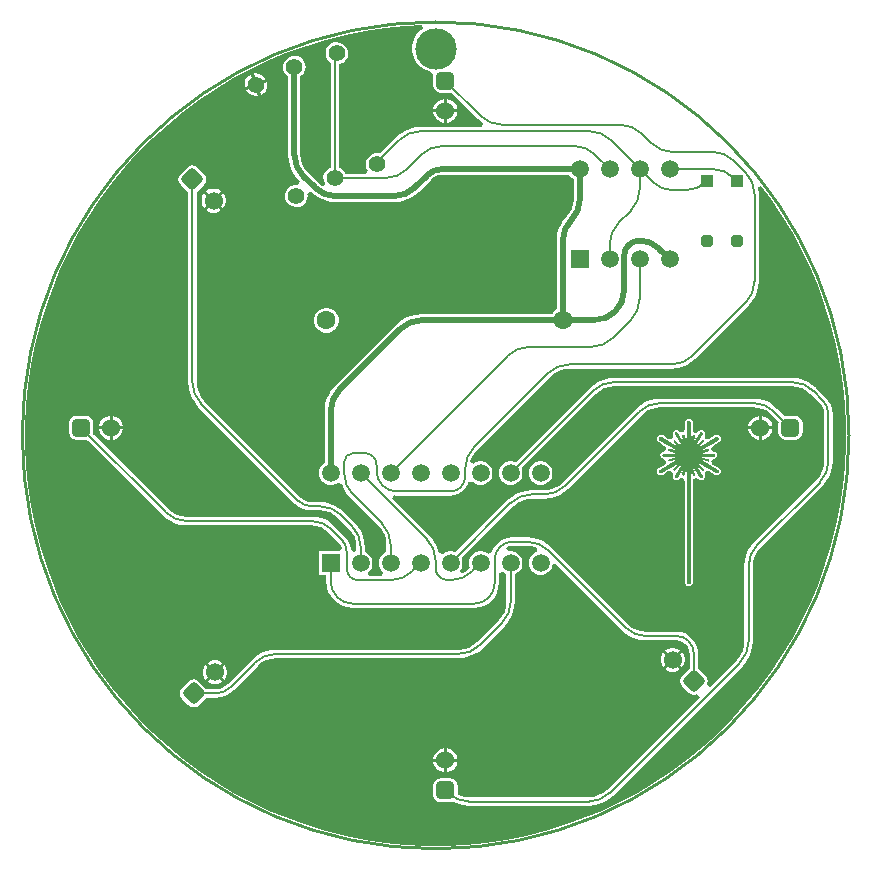
<source format=gbl>
G04*
G04 #@! TF.GenerationSoftware,Altium Limited,Altium Designer,25.0.2 (28)*
G04*
G04 Layer_Physical_Order=2*
G04 Layer_Color=3381759*
%FSLAX25Y25*%
%MOIN*%
G70*
G04*
G04 #@! TF.SameCoordinates,12EFF0D5-E88D-419E-9C59-EC29542AE5DB*
G04*
G04*
G04 #@! TF.FilePolarity,Positive*
G04*
G01*
G75*
%ADD10C,0.00787*%
%ADD13C,0.01000*%
%ADD26C,0.05512*%
%ADD27C,0.13780*%
%ADD28C,0.06299*%
G04:AMPARAMS|DCode=29|XSize=39.37mil|YSize=39.37mil|CornerRadius=9.84mil|HoleSize=0mil|Usage=FLASHONLY|Rotation=270.000|XOffset=0mil|YOffset=0mil|HoleType=Round|Shape=RoundedRectangle|*
%AMROUNDEDRECTD29*
21,1,0.03937,0.01968,0,0,270.0*
21,1,0.01968,0.03937,0,0,270.0*
1,1,0.01968,-0.00984,-0.00984*
1,1,0.01968,-0.00984,0.00984*
1,1,0.01968,0.00984,0.00984*
1,1,0.01968,0.00984,-0.00984*
%
%ADD29ROUNDEDRECTD29*%
%ADD30R,0.03937X0.03937*%
%ADD31C,0.05906*%
%ADD32R,0.05906X0.05906*%
%ADD33C,0.06000*%
G04:AMPARAMS|DCode=34|XSize=60mil|YSize=60mil|CornerRadius=15mil|HoleSize=0mil|Usage=FLASHONLY|Rotation=0.000|XOffset=0mil|YOffset=0mil|HoleType=Round|Shape=RoundedRectangle|*
%AMROUNDEDRECTD34*
21,1,0.06000,0.03000,0,0,0.0*
21,1,0.03000,0.06000,0,0,0.0*
1,1,0.03000,0.01500,-0.01500*
1,1,0.03000,-0.01500,-0.01500*
1,1,0.03000,-0.01500,0.01500*
1,1,0.03000,0.01500,0.01500*
%
%ADD34ROUNDEDRECTD34*%
G04:AMPARAMS|DCode=35|XSize=60mil|YSize=60mil|CornerRadius=15mil|HoleSize=0mil|Usage=FLASHONLY|Rotation=315.000|XOffset=0mil|YOffset=0mil|HoleType=Round|Shape=RoundedRectangle|*
%AMROUNDEDRECTD35*
21,1,0.06000,0.03000,0,0,315.0*
21,1,0.03000,0.06000,0,0,315.0*
1,1,0.03000,0.00000,-0.02121*
1,1,0.03000,-0.02121,0.00000*
1,1,0.03000,0.00000,0.02121*
1,1,0.03000,0.02121,0.00000*
%
%ADD35ROUNDEDRECTD35*%
G04:AMPARAMS|DCode=36|XSize=60mil|YSize=60mil|CornerRadius=15mil|HoleSize=0mil|Usage=FLASHONLY|Rotation=270.000|XOffset=0mil|YOffset=0mil|HoleType=Round|Shape=RoundedRectangle|*
%AMROUNDEDRECTD36*
21,1,0.06000,0.03000,0,0,270.0*
21,1,0.03000,0.06000,0,0,270.0*
1,1,0.03000,-0.01500,-0.01500*
1,1,0.03000,-0.01500,0.01500*
1,1,0.03000,0.01500,0.01500*
1,1,0.03000,0.01500,-0.01500*
%
%ADD36ROUNDEDRECTD36*%
G04:AMPARAMS|DCode=37|XSize=60mil|YSize=60mil|CornerRadius=15mil|HoleSize=0mil|Usage=FLASHONLY|Rotation=225.000|XOffset=0mil|YOffset=0mil|HoleType=Round|Shape=RoundedRectangle|*
%AMROUNDEDRECTD37*
21,1,0.06000,0.03000,0,0,225.0*
21,1,0.03000,0.06000,0,0,225.0*
1,1,0.03000,-0.02121,0.00000*
1,1,0.03000,0.00000,0.02121*
1,1,0.03000,0.02121,0.00000*
1,1,0.03000,0.00000,-0.02121*
%
%ADD37ROUNDEDRECTD37*%
%ADD38C,0.01968*%
G36*
X133542Y273361D02*
X132776Y272848D01*
X131679Y271752D01*
X130817Y270462D01*
X130224Y269029D01*
X129921Y267508D01*
Y265957D01*
X130224Y264436D01*
X130817Y263002D01*
X131679Y261713D01*
X132776Y260616D01*
X134065Y259754D01*
X135498Y259161D01*
X136221Y259017D01*
X136294Y258977D01*
X137063Y257790D01*
X137067Y257677D01*
X137031Y257493D01*
Y254493D01*
X137223Y253524D01*
X137773Y252702D01*
X138594Y252153D01*
X139564Y251960D01*
X142563D01*
X143019Y252051D01*
X151795Y243274D01*
X151790Y243268D01*
X153152Y242105D01*
X153716Y241759D01*
X153383Y240578D01*
X132719D01*
Y240586D01*
X130934Y240446D01*
X129192Y240028D01*
X127538Y239342D01*
X126011Y238407D01*
X124649Y237244D01*
X124655Y237238D01*
X119217Y231800D01*
X118511Y231925D01*
X117530Y231839D01*
X116605Y231502D01*
X115798Y230937D01*
X115165Y230183D01*
X114749Y229290D01*
X114578Y228320D01*
X114664Y227339D01*
X115001Y226414D01*
X115140Y226214D01*
X114526Y225033D01*
X107642D01*
X107520Y225370D01*
X106955Y226177D01*
X106201Y226810D01*
X105736Y227027D01*
Y261482D01*
X106623Y261805D01*
X107430Y262370D01*
X108063Y263124D01*
X108479Y264017D01*
X108650Y264987D01*
X108564Y265968D01*
X108228Y266893D01*
X107663Y267700D01*
X106908Y268333D01*
X106016Y268749D01*
X105046Y268920D01*
X104065Y268834D01*
X103140Y268498D01*
X102333Y267933D01*
X101700Y267178D01*
X101284Y266286D01*
X101113Y265316D01*
X101198Y264335D01*
X101535Y263409D01*
X102100Y262603D01*
X102855Y261970D01*
X102926Y261937D01*
Y227154D01*
X102432Y226974D01*
X101625Y226409D01*
X100992Y225655D01*
X100576Y224763D01*
X100405Y223793D01*
X100491Y222812D01*
X100827Y221886D01*
X100934Y221734D01*
X100128Y220825D01*
X100080Y220851D01*
X98936Y221790D01*
X98884Y221868D01*
X95056Y225695D01*
X94979Y225747D01*
X94040Y226891D01*
X93299Y228278D01*
X92842Y229783D01*
X92697Y231256D01*
X92715Y231347D01*
Y257463D01*
X93257Y257842D01*
X93890Y258597D01*
X94306Y259489D01*
X94477Y260459D01*
X94391Y261440D01*
X94054Y262366D01*
X93490Y263173D01*
X92735Y263806D01*
X91843Y264222D01*
X90873Y264393D01*
X89892Y264307D01*
X88966Y263970D01*
X88160Y263405D01*
X87527Y262651D01*
X87110Y261758D01*
X86939Y260788D01*
X87025Y259807D01*
X87362Y258882D01*
X87927Y258075D01*
X88681Y257442D01*
X88701Y257433D01*
Y231347D01*
X88704Y231334D01*
X88851Y229469D01*
X89290Y227637D01*
X90011Y225897D01*
X90996Y224291D01*
X92211Y222868D01*
X92218Y222857D01*
X92564Y222511D01*
X91992Y221412D01*
X91543Y221491D01*
X90562Y221406D01*
X89636Y221069D01*
X88830Y220504D01*
X88197Y219749D01*
X87780Y218857D01*
X87609Y217887D01*
X87695Y216906D01*
X88032Y215981D01*
X88597Y215174D01*
X89351Y214541D01*
X90244Y214125D01*
X91214Y213954D01*
X92195Y214040D01*
X93120Y214376D01*
X93927Y214941D01*
X94560Y215696D01*
X94976Y216588D01*
X95147Y217558D01*
X95080Y218324D01*
X95728Y218820D01*
X96170Y218925D01*
X97479Y217807D01*
X99085Y216823D01*
X100826Y216102D01*
X102658Y215662D01*
X104523Y215515D01*
X104536Y215513D01*
X123811D01*
X123824Y215515D01*
X125689Y215662D01*
X127521Y216102D01*
X129261Y216823D01*
X130867Y217807D01*
X132290Y219022D01*
X132301Y219029D01*
X136262Y222990D01*
X136324Y223083D01*
X137387Y223899D01*
X138727Y224454D01*
X140056Y224629D01*
X140165Y224607D01*
X182400D01*
X182637Y224197D01*
X183370Y223464D01*
X183780Y223227D01*
Y216204D01*
X183796Y216124D01*
X183664Y214781D01*
X183249Y213414D01*
X182575Y212153D01*
X181719Y211110D01*
X181652Y211065D01*
X181628Y211041D01*
X181621Y211030D01*
X180405Y209607D01*
X179421Y208001D01*
X178700Y206261D01*
X178260Y204429D01*
X178114Y202564D01*
X178111Y202551D01*
Y179796D01*
X177580Y179489D01*
X176810Y178719D01*
X176504Y178188D01*
X133079D01*
X133066Y178186D01*
X131201Y178039D01*
X129369Y177599D01*
X127629Y176878D01*
X126023Y175894D01*
X124600Y174679D01*
X124589Y174671D01*
X104305Y154387D01*
X104298Y154376D01*
X103083Y152954D01*
X102098Y151348D01*
X101377Y149607D01*
X100938Y147775D01*
X100791Y145910D01*
X100788Y145897D01*
Y128623D01*
X100378Y128387D01*
X99645Y127654D01*
X99127Y126756D01*
X98858Y125754D01*
Y124718D01*
X99127Y123717D01*
X99645Y122819D01*
X100378Y122086D01*
X101276Y121567D01*
X102277Y121299D01*
X103314D01*
X104315Y121567D01*
X105128Y122037D01*
X105277Y122064D01*
X106429Y121678D01*
X107114Y120024D01*
X108050Y118497D01*
X109213Y117135D01*
X109219Y117141D01*
X118873Y107487D01*
X118926Y107451D01*
X119957Y106194D01*
X120753Y104705D01*
X121243Y103089D01*
X121403Y101471D01*
X121390Y101409D01*
Y98936D01*
X121276Y98905D01*
X120378Y98387D01*
X119645Y97654D01*
X119127Y96756D01*
X118858Y95754D01*
Y94718D01*
X119127Y93717D01*
X119645Y92819D01*
X120311Y92153D01*
X120286Y91850D01*
X119945Y90972D01*
X115645D01*
X115304Y91850D01*
X115280Y92153D01*
X115946Y92819D01*
X116464Y93717D01*
X116732Y94718D01*
Y95754D01*
X116464Y96756D01*
X115946Y97654D01*
X115213Y98387D01*
X114315Y98905D01*
X114200Y98936D01*
Y100582D01*
X114208D01*
X114068Y102368D01*
X113650Y104109D01*
X112964Y105764D01*
X112029Y107291D01*
X110866Y108653D01*
X110860Y108647D01*
X107269Y112238D01*
X107275Y112243D01*
X105913Y113407D01*
X104386Y114342D01*
X102731Y115028D01*
X100990Y115446D01*
X99204Y115586D01*
Y115578D01*
X96457D01*
X96400Y115567D01*
X95192Y115726D01*
X94013Y116214D01*
X93047Y116956D01*
X93014Y117004D01*
X60637Y149381D01*
X60585Y149416D01*
X59553Y150673D01*
X58757Y152162D01*
X58267Y153778D01*
X58108Y155396D01*
X58120Y155458D01*
Y218941D01*
X58506Y219199D01*
X60628Y221320D01*
X61177Y222142D01*
X61369Y223111D01*
X61177Y224080D01*
X60628Y224902D01*
X58506Y227023D01*
X57684Y227572D01*
X56715Y227765D01*
X55746Y227572D01*
X54924Y227023D01*
X52803Y224902D01*
X52254Y224080D01*
X52061Y223111D01*
X52254Y222142D01*
X52803Y221320D01*
X54924Y219199D01*
X55310Y218941D01*
Y155458D01*
X55302D01*
X55443Y153673D01*
X55861Y151932D01*
X56546Y150277D01*
X57482Y148750D01*
X58645Y147388D01*
X58651Y147394D01*
X91027Y115017D01*
X91020Y115010D01*
X92185Y114054D01*
X93515Y113344D01*
X94957Y112906D01*
X96457Y112758D01*
Y112768D01*
X99204D01*
X99266Y112781D01*
X100885Y112621D01*
X102501Y112131D01*
X103990Y111335D01*
X105247Y110303D01*
X105282Y110251D01*
X108873Y106660D01*
X108926Y106625D01*
X109957Y105368D01*
X110753Y103878D01*
X111243Y102263D01*
X111403Y100644D01*
X111390Y100582D01*
Y99557D01*
X111198Y99327D01*
X110662Y99043D01*
X109538Y99673D01*
X109479Y100272D01*
X109026Y101765D01*
X108291Y103142D01*
X107301Y104348D01*
X107293Y104340D01*
X104316Y107317D01*
X104322Y107322D01*
X102960Y108485D01*
X101433Y109421D01*
X99778Y110107D01*
X98037Y110525D01*
X96252Y110665D01*
Y110657D01*
X54837D01*
X54775Y110645D01*
X53157Y110804D01*
X51541Y111294D01*
X50052Y112090D01*
X48795Y113122D01*
X48759Y113174D01*
X23541Y138393D01*
X23632Y138848D01*
Y141848D01*
X23439Y142817D01*
X22890Y143639D01*
X22068Y144188D01*
X21099Y144381D01*
X18099D01*
X17129Y144188D01*
X16308Y143639D01*
X15759Y142817D01*
X15566Y141848D01*
Y138848D01*
X15759Y137879D01*
X16308Y137057D01*
X17129Y136508D01*
X18099Y136315D01*
X21099D01*
X21554Y136406D01*
X46773Y111187D01*
X46767Y111182D01*
X48129Y110019D01*
X49656Y109083D01*
X51310Y108397D01*
X53052Y107979D01*
X54837Y107839D01*
Y107847D01*
X96252D01*
X96314Y107859D01*
X97932Y107700D01*
X99548Y107210D01*
X101037Y106414D01*
X102294Y105382D01*
X102329Y105330D01*
X105306Y102353D01*
X105360Y102317D01*
X106141Y101299D01*
X106532Y100354D01*
X106241Y99714D01*
X105581Y99173D01*
X98858D01*
Y91299D01*
X101390D01*
Y89134D01*
X101375D01*
X101545Y87405D01*
X102049Y85743D01*
X102868Y84211D01*
X103970Y82868D01*
X105313Y81766D01*
X106845Y80947D01*
X108507Y80443D01*
X110236Y80272D01*
Y80288D01*
X150591D01*
Y80275D01*
X152211Y80435D01*
X153770Y80907D01*
X155206Y81675D01*
X156465Y82708D01*
X157498Y83967D01*
X158266Y85403D01*
X158739Y86962D01*
X158898Y88583D01*
X158885D01*
Y91908D01*
X160066Y92397D01*
X160378Y92086D01*
X161276Y91567D01*
X161390Y91537D01*
Y82292D01*
X161403Y82230D01*
X161243Y80611D01*
X160753Y78996D01*
X159957Y77506D01*
X158926Y76249D01*
X158873Y76214D01*
X151542Y68883D01*
X151507Y68830D01*
X150250Y67799D01*
X148760Y67003D01*
X147145Y66513D01*
X145526Y66353D01*
X145464Y66366D01*
X84651D01*
Y66374D01*
X82865Y66233D01*
X81124Y65815D01*
X79469Y65130D01*
X77942Y64194D01*
X76580Y63031D01*
X76586Y63025D01*
X68491Y54931D01*
X68481Y54914D01*
X67596Y54189D01*
X66570Y53640D01*
X65457Y53302D01*
X64318Y53190D01*
X64299Y53194D01*
X61341D01*
X61083Y53580D01*
X58962Y55701D01*
X58140Y56250D01*
X57171Y56443D01*
X56202Y56250D01*
X55380Y55701D01*
X53259Y53580D01*
X52710Y52758D01*
X52517Y51789D01*
X52710Y50820D01*
X53259Y49998D01*
X55380Y47877D01*
X56202Y47328D01*
X57171Y47135D01*
X58140Y47328D01*
X58962Y47877D01*
X61083Y49998D01*
X61341Y50384D01*
X64299D01*
Y50369D01*
X66007Y50537D01*
X67649Y51035D01*
X69162Y51844D01*
X70489Y52933D01*
X70478Y52944D01*
X78573Y61038D01*
X78608Y61091D01*
X79865Y62122D01*
X81354Y62919D01*
X82970Y63409D01*
X84588Y63568D01*
X84651Y63556D01*
X145464D01*
Y63547D01*
X147250Y63688D01*
X148991Y64106D01*
X150646Y64792D01*
X152173Y65727D01*
X153534Y66890D01*
X153529Y66896D01*
X160860Y74227D01*
X160866Y74221D01*
X162029Y75583D01*
X162964Y77110D01*
X163650Y78765D01*
X164068Y80506D01*
X164208Y82292D01*
X164200D01*
Y91537D01*
X164315Y91567D01*
X165213Y92086D01*
X165946Y92819D01*
X166464Y93717D01*
X166732Y94718D01*
Y95754D01*
X166464Y96756D01*
X165946Y97654D01*
X165213Y98387D01*
X164315Y98905D01*
X163314Y99173D01*
X162277D01*
X162187Y99149D01*
X161091Y100078D01*
X161119Y100362D01*
X161128Y100368D01*
X162217Y100819D01*
X163338Y100967D01*
X163386Y100957D01*
X168322D01*
X168384Y100970D01*
X170002Y100810D01*
X171618Y100320D01*
X171744Y100253D01*
X171598Y98991D01*
X171276Y98905D01*
X170378Y98387D01*
X169645Y97654D01*
X169127Y96756D01*
X168858Y95754D01*
Y94718D01*
X169127Y93717D01*
X169645Y92819D01*
X170378Y92086D01*
X171276Y91567D01*
X172277Y91299D01*
X173314D01*
X174315Y91567D01*
X175213Y92086D01*
X175946Y92819D01*
X176464Y93717D01*
X176673Y94496D01*
X177332Y94824D01*
X177913Y94926D01*
X200038Y72802D01*
X200032Y72796D01*
X201394Y71633D01*
X202921Y70697D01*
X204575Y70012D01*
X206317Y69594D01*
X208102Y69453D01*
Y69461D01*
X218245D01*
X218279Y69468D01*
X219276Y69336D01*
X220237Y68939D01*
X221035Y68326D01*
X221054Y68298D01*
X221105Y68264D01*
X221865Y67273D01*
X222366Y66064D01*
X222529Y64826D01*
X222517Y64766D01*
Y60075D01*
X222131Y59817D01*
X220009Y57696D01*
X219460Y56874D01*
X219268Y55905D01*
X219460Y54935D01*
X220009Y54114D01*
X222131Y51992D01*
X222953Y51443D01*
X223922Y51250D01*
X224891Y51443D01*
X225072Y51564D01*
X225825Y50647D01*
X194849Y19670D01*
X194814Y19618D01*
X193557Y18586D01*
X192068Y17790D01*
X190452Y17300D01*
X188833Y17141D01*
X188771Y17153D01*
X148985D01*
X148922Y17141D01*
X147304Y17300D01*
X145688Y17790D01*
X145096Y18107D01*
Y21027D01*
X144903Y21997D01*
X144354Y22818D01*
X143532Y23368D01*
X142563Y23560D01*
X139563D01*
X138594Y23368D01*
X137772Y22818D01*
X137223Y21997D01*
X137030Y21027D01*
Y18027D01*
X137223Y17058D01*
X137772Y16236D01*
X138594Y15687D01*
X139563Y15495D01*
X142563D01*
X143532Y15687D01*
X143577Y15717D01*
X143803Y15579D01*
X145458Y14894D01*
X147199Y14475D01*
X148985Y14335D01*
Y14343D01*
X188771D01*
Y14335D01*
X190557Y14475D01*
X192298Y14894D01*
X193953Y15579D01*
X195480Y16515D01*
X196842Y17678D01*
X196836Y17684D01*
X240191Y61038D01*
X240196Y61032D01*
X241359Y62394D01*
X242295Y63921D01*
X242981Y65576D01*
X243399Y67317D01*
X243539Y69103D01*
X243531D01*
Y94283D01*
X243519Y94345D01*
X243678Y95964D01*
X244168Y97579D01*
X244964Y99068D01*
X245996Y100326D01*
X246048Y100361D01*
X266765Y121078D01*
X266771Y121072D01*
X267934Y122434D01*
X268870Y123961D01*
X269555Y125615D01*
X269973Y127357D01*
X270114Y129142D01*
X270106D01*
Y144854D01*
X270118D01*
X269962Y146442D01*
X269498Y147968D01*
X268746Y149375D01*
X267734Y150608D01*
X267726Y150600D01*
X264749Y153576D01*
X264755Y153582D01*
X263393Y154745D01*
X261866Y155681D01*
X260211Y156366D01*
X258470Y156784D01*
X256685Y156925D01*
Y156917D01*
X197213D01*
Y156925D01*
X195428Y156784D01*
X193686Y156366D01*
X192032Y155681D01*
X190505Y154745D01*
X189143Y153582D01*
X189148Y153576D01*
X164418Y128846D01*
X164315Y128905D01*
X163314Y129173D01*
X162277D01*
X161276Y128905D01*
X160378Y128387D01*
X159645Y127654D01*
X159127Y126756D01*
X158858Y125754D01*
Y124718D01*
X159127Y123717D01*
X159645Y122819D01*
X160378Y122086D01*
X161276Y121567D01*
X162277Y121299D01*
X163314D01*
X164315Y121567D01*
X165213Y122086D01*
X165946Y122819D01*
X166464Y123717D01*
X166732Y124718D01*
Y125754D01*
X166464Y126756D01*
X166405Y126859D01*
X191135Y151589D01*
X191171Y151642D01*
X192428Y152674D01*
X193917Y153470D01*
X195533Y153960D01*
X197151Y154119D01*
X197213Y154107D01*
X256685D01*
X256747Y154119D01*
X258365Y153960D01*
X259981Y153470D01*
X261470Y152674D01*
X262727Y151642D01*
X262762Y151589D01*
X265739Y148613D01*
X265797Y148574D01*
X266603Y147523D01*
X267137Y146236D01*
X267309Y144922D01*
X267296Y144854D01*
Y129142D01*
X267308Y129080D01*
X267149Y127462D01*
X266659Y125846D01*
X265863Y124357D01*
X264831Y123100D01*
X264778Y123064D01*
X244061Y102348D01*
X244056Y102353D01*
X242893Y100991D01*
X241957Y99464D01*
X241271Y97810D01*
X240853Y96069D01*
X240713Y94283D01*
X240721D01*
Y69103D01*
X240733Y69041D01*
X240574Y67422D01*
X240084Y65807D01*
X239288Y64317D01*
X238256Y63060D01*
X238204Y63025D01*
X229180Y54001D01*
X228262Y54754D01*
X228383Y54935D01*
X228576Y55905D01*
X228383Y56874D01*
X227834Y57696D01*
X225713Y59817D01*
X225327Y60075D01*
Y64766D01*
X225337D01*
X225187Y66290D01*
X224743Y67757D01*
X224020Y69108D01*
X223048Y70292D01*
X223045Y70289D01*
X222016Y71133D01*
X220843Y71760D01*
X219569Y72146D01*
X218245Y72277D01*
Y72271D01*
X208102D01*
X208040Y72259D01*
X206422Y72418D01*
X204806Y72908D01*
X203317Y73704D01*
X202060Y74736D01*
X202025Y74788D01*
X176387Y100427D01*
X176392Y100433D01*
X175031Y101596D01*
X173503Y102531D01*
X171849Y103217D01*
X170107Y103635D01*
X168322Y103775D01*
Y103767D01*
X163386D01*
Y103775D01*
X161958Y103635D01*
X160585Y103218D01*
X159320Y102542D01*
X158211Y101632D01*
X157300Y100523D01*
X156624Y99257D01*
X156482Y98788D01*
X155250Y98398D01*
X155139Y98429D01*
X154315Y98905D01*
X153314Y99173D01*
X152277D01*
X151276Y98905D01*
X150378Y98387D01*
X149645Y97654D01*
X149127Y96756D01*
X148858Y95754D01*
Y94718D01*
X149127Y93717D01*
X149186Y93614D01*
X149062Y93489D01*
X149026Y93437D01*
X147769Y92405D01*
X146551Y91754D01*
X145840Y92713D01*
X145946Y92819D01*
X146464Y93717D01*
X146732Y94718D01*
Y95754D01*
X146464Y96756D01*
X146405Y96859D01*
X163734Y114188D01*
X163769Y114241D01*
X165026Y115272D01*
X166515Y116068D01*
X168131Y116558D01*
X169749Y116718D01*
X169811Y116705D01*
X174007D01*
Y116697D01*
X175793Y116838D01*
X177534Y117256D01*
X179189Y117941D01*
X180716Y118877D01*
X182078Y120040D01*
X182072Y120046D01*
X206726Y144700D01*
X206761Y144752D01*
X208018Y145784D01*
X209507Y146580D01*
X211123Y147070D01*
X212741Y147230D01*
X212804Y147217D01*
X243648D01*
X243710Y147230D01*
X245329Y147070D01*
X246944Y146580D01*
X248434Y145784D01*
X249691Y144752D01*
X249726Y144700D01*
X252122Y142304D01*
X252031Y141848D01*
Y138848D01*
X252224Y137879D01*
X252773Y137057D01*
X253595Y136508D01*
X254564Y136315D01*
X257564D01*
X258534Y136508D01*
X259355Y137057D01*
X259904Y137879D01*
X260097Y138848D01*
Y141848D01*
X259904Y142817D01*
X259355Y143639D01*
X258534Y144188D01*
X257564Y144381D01*
X254564D01*
X254109Y144290D01*
X251713Y146687D01*
X251718Y146692D01*
X250357Y147855D01*
X248830Y148791D01*
X247175Y149477D01*
X245434Y149895D01*
X243648Y150035D01*
Y150027D01*
X212804D01*
Y150035D01*
X211018Y149895D01*
X209277Y149477D01*
X207622Y148791D01*
X206095Y147855D01*
X204733Y146692D01*
X204739Y146687D01*
X180085Y122033D01*
X180050Y121980D01*
X178793Y120948D01*
X177304Y120152D01*
X175688Y119662D01*
X174070Y119503D01*
X174007Y119515D01*
X169811D01*
Y119523D01*
X168026Y119383D01*
X166285Y118965D01*
X164630Y118279D01*
X163103Y117344D01*
X161741Y116181D01*
X161747Y116175D01*
X144418Y98846D01*
X144315Y98905D01*
X143314Y99173D01*
X142277D01*
X141276Y98905D01*
X140378Y98387D01*
X140203Y98211D01*
X138900Y98579D01*
X138650Y99621D01*
X137964Y101276D01*
X137029Y102803D01*
X135866Y104164D01*
X135860Y104159D01*
X123386Y116633D01*
X123922Y117767D01*
X124831Y117677D01*
Y117690D01*
X142717D01*
Y117686D01*
X143951Y117808D01*
X145139Y118168D01*
X146233Y118753D01*
X147192Y119540D01*
X147979Y120499D01*
X148564Y121593D01*
X148732Y122144D01*
X148760Y122165D01*
X150048Y122416D01*
X150378Y122086D01*
X151276Y121567D01*
X152277Y121299D01*
X153314D01*
X154315Y121567D01*
X155213Y122086D01*
X155946Y122819D01*
X156464Y123717D01*
X156732Y124718D01*
Y125754D01*
X156464Y126756D01*
X155946Y127654D01*
X155213Y128387D01*
X154315Y128905D01*
X153314Y129173D01*
X152277D01*
X151276Y128905D01*
X150413Y128407D01*
X150292Y128444D01*
X149375Y129054D01*
X149680Y130060D01*
X150476Y131549D01*
X151507Y132806D01*
X151560Y132841D01*
X176214Y157495D01*
X176249Y157548D01*
X177506Y158579D01*
X178996Y159375D01*
X180611Y159865D01*
X182230Y160025D01*
X182292Y160012D01*
X216330D01*
Y160004D01*
X218116Y160145D01*
X219857Y160563D01*
X221512Y161248D01*
X223039Y162184D01*
X224401Y163347D01*
X224395Y163353D01*
X242159Y181117D01*
X242165Y181111D01*
X243328Y182473D01*
X244264Y184000D01*
X244949Y185655D01*
X245367Y187396D01*
X245508Y189181D01*
X245499D01*
Y218299D01*
X245508D01*
X245367Y220084D01*
X245255Y220553D01*
X246347Y221063D01*
X249668Y216585D01*
X253399Y211001D01*
X256852Y205240D01*
X260018Y199317D01*
X262889Y193246D01*
X265459Y187041D01*
X267722Y180717D01*
X269672Y174291D01*
X271304Y167775D01*
X272614Y161188D01*
X273599Y154545D01*
X274257Y147861D01*
X274587Y141153D01*
Y137795D01*
Y134437D01*
X274257Y127729D01*
X273599Y121045D01*
X272614Y114402D01*
X271304Y107815D01*
X269672Y101300D01*
X267722Y94873D01*
X265459Y88550D01*
X262889Y82345D01*
X260018Y76274D01*
X256852Y70351D01*
X253399Y64590D01*
X249668Y59006D01*
X245667Y53611D01*
X241406Y48420D01*
X236896Y43443D01*
X232147Y38695D01*
X227171Y34184D01*
X221979Y29923D01*
X216585Y25923D01*
X211001Y22192D01*
X205240Y18739D01*
X199317Y15573D01*
X193246Y12701D01*
X187041Y10131D01*
X180717Y7869D01*
X174291Y5919D01*
X167775Y4287D01*
X161188Y2977D01*
X154545Y1991D01*
X147861Y1333D01*
X141153Y1003D01*
X134437D01*
X127729Y1333D01*
X121045Y1991D01*
X114402Y2977D01*
X107815Y4287D01*
X101300Y5919D01*
X94873Y7869D01*
X88550Y10131D01*
X82345Y12701D01*
X76274Y15573D01*
X70351Y18739D01*
X64590Y22191D01*
X59006Y25923D01*
X53611Y29923D01*
X48420Y34184D01*
X43443Y38694D01*
X38695Y43443D01*
X34184Y48420D01*
X29923Y53611D01*
X25923Y59006D01*
X22192Y64590D01*
X18739Y70350D01*
X15573Y76274D01*
X12701Y82345D01*
X10131Y88550D01*
X7869Y94873D01*
X5919Y101300D01*
X4287Y107815D01*
X2977Y114402D01*
X1991Y121045D01*
X1333Y127729D01*
X1003Y134437D01*
Y137795D01*
Y141153D01*
X1333Y147861D01*
X1991Y154545D01*
X2977Y161188D01*
X4287Y167775D01*
X5919Y174291D01*
X7869Y180717D01*
X10131Y187041D01*
X12701Y193246D01*
X15573Y199317D01*
X18739Y205240D01*
X22191Y211001D01*
X25923Y216585D01*
X29923Y221979D01*
X34184Y227171D01*
X38694Y232147D01*
X43443Y236896D01*
X48420Y241406D01*
X53611Y245667D01*
X59006Y249668D01*
X64590Y253399D01*
X70350Y256852D01*
X76274Y260018D01*
X82345Y262889D01*
X88550Y265459D01*
X94873Y267722D01*
X101300Y269672D01*
X107815Y271304D01*
X114402Y272614D01*
X121045Y273599D01*
X127729Y274257D01*
X133158Y274524D01*
X133542Y273361D01*
D02*
G37*
%LPC*%
G36*
X78078Y258503D02*
X77099Y258417D01*
X78212Y255359D01*
X81270Y256472D01*
X80706Y257278D01*
X79949Y257913D01*
X79052Y258331D01*
X78078Y258503D01*
D02*
G37*
G36*
X76159Y258075D02*
X75354Y257511D01*
X74718Y256754D01*
X74300Y255857D01*
X74128Y254884D01*
X74214Y253904D01*
X77272Y255017D01*
X76159Y258075D01*
D02*
G37*
G36*
X81612Y255533D02*
X78554Y254420D01*
X79667Y251361D01*
X80472Y251925D01*
X81108Y252683D01*
X81526Y253579D01*
X81698Y254553D01*
X81612Y255533D01*
D02*
G37*
G36*
X77614Y254078D02*
X74556Y252964D01*
X75120Y252159D01*
X75877Y251523D01*
X76774Y251105D01*
X77748Y250934D01*
X78727Y251019D01*
X77614Y254078D01*
D02*
G37*
G36*
X141590Y249993D02*
X141563D01*
Y246493D01*
X145063D01*
Y246520D01*
X144791Y247537D01*
X144264Y248449D01*
X143520Y249194D01*
X142607Y249720D01*
X141590Y249993D01*
D02*
G37*
G36*
X140563D02*
X140537D01*
X139520Y249720D01*
X138607Y249194D01*
X137863Y248449D01*
X137336Y247537D01*
X137064Y246520D01*
Y246493D01*
X140563D01*
Y249993D01*
D02*
G37*
G36*
X145063Y245493D02*
X141563D01*
Y241993D01*
X141590D01*
X142607Y242266D01*
X143520Y242792D01*
X144264Y243537D01*
X144791Y244449D01*
X145063Y245466D01*
Y245493D01*
D02*
G37*
G36*
X140563D02*
X137064D01*
Y245466D01*
X137336Y244449D01*
X137863Y243537D01*
X138607Y242792D01*
X139520Y242266D01*
X140537Y241993D01*
X140563D01*
Y245493D01*
D02*
G37*
G36*
X64313Y220040D02*
X63260D01*
X62242Y219767D01*
X61330Y219241D01*
X61311Y219222D01*
X63786Y216747D01*
X66261Y219222D01*
X66242Y219241D01*
X65330Y219767D01*
X64313Y220040D01*
D02*
G37*
G36*
X66968Y218515D02*
X64493Y216040D01*
X66968Y213565D01*
X66987Y213584D01*
X67514Y214496D01*
X67786Y215513D01*
Y216566D01*
X67514Y217584D01*
X66987Y218496D01*
X66968Y218515D01*
D02*
G37*
G36*
X60604D02*
X60585Y218496D01*
X60059Y217584D01*
X59786Y216566D01*
Y215513D01*
X60059Y214496D01*
X60585Y213584D01*
X60604Y213565D01*
X63079Y216040D01*
X60604Y218515D01*
D02*
G37*
G36*
X63786Y215333D02*
X61311Y212858D01*
X61330Y212839D01*
X62242Y212313D01*
X63260Y212040D01*
X64313D01*
X65330Y212313D01*
X66242Y212839D01*
X66261Y212858D01*
X63786Y215333D01*
D02*
G37*
G36*
X101922Y180315D02*
X100834D01*
X99782Y180033D01*
X98840Y179489D01*
X98070Y178719D01*
X97526Y177777D01*
X97244Y176725D01*
Y175637D01*
X97526Y174585D01*
X98070Y173643D01*
X98840Y172873D01*
X99782Y172329D01*
X100834Y172047D01*
X101922D01*
X102974Y172329D01*
X103916Y172873D01*
X104686Y173643D01*
X105230Y174585D01*
X105512Y175637D01*
Y176725D01*
X105230Y177777D01*
X104686Y178719D01*
X103916Y179489D01*
X102974Y180033D01*
X101922Y180315D01*
D02*
G37*
G36*
X222225Y143353D02*
X222225Y143353D01*
X222161D01*
X222160Y143353D01*
X222130Y143341D01*
X222098Y143350D01*
X222033Y143344D01*
X222033Y143344D01*
X222004Y143328D01*
X221971Y143335D01*
X221971Y143335D01*
X221908Y143322D01*
X221908Y143322D01*
X221880Y143304D01*
X221847Y143307D01*
X221847Y143307D01*
X221785Y143288D01*
X221759Y143267D01*
X221726D01*
X221666Y143242D01*
X221666Y143242D01*
X221643Y143219D01*
X221609Y143215D01*
X221609Y143215D01*
X221552Y143185D01*
X221531Y143159D01*
X221498Y143152D01*
X221445Y143116D01*
X221445Y143116D01*
X221426Y143089D01*
X221394Y143079D01*
X221394Y143079D01*
X221344Y143038D01*
X221344Y143038D01*
X221328Y143009D01*
X221298Y142996D01*
X221252Y142950D01*
X221252Y142950D01*
X221239Y142919D01*
X221210Y142904D01*
X221169Y142854D01*
X221159Y142822D01*
X221131Y142803D01*
X221095Y142750D01*
X221095Y142750D01*
X221089Y142717D01*
X221063Y142696D01*
X221033Y142639D01*
X221033Y142639D01*
X221029Y142605D01*
X221006Y142582D01*
X220981Y142522D01*
Y142489D01*
X220960Y142463D01*
X220941Y142401D01*
X220941Y142401D01*
X220944Y142368D01*
X220926Y142340D01*
X220913Y142277D01*
X220920Y142244D01*
X220904Y142215D01*
X220898Y142150D01*
X220898Y142150D01*
X220907Y142118D01*
X220895Y142087D01*
X220895Y139827D01*
X220885Y139777D01*
X220742Y139404D01*
X220662Y139260D01*
X220629Y139216D01*
X220140Y138679D01*
X219464Y138848D01*
X219427Y138861D01*
X219350Y138898D01*
X219109Y139027D01*
X218917Y139162D01*
X218890Y139189D01*
X218872Y139209D01*
X218839Y139224D01*
X218822Y139257D01*
X218822Y139257D01*
X218779Y139295D01*
X218744Y139307D01*
X218724Y139338D01*
X218724Y139338D01*
X218677Y139371D01*
X218641Y139379D01*
X218618Y139408D01*
X218618D01*
X218567Y139436D01*
X218531Y139440D01*
X218505Y139466D01*
X218505D01*
X218451Y139488D01*
X218414Y139488D01*
X218386Y139511D01*
X218386Y139511D01*
X218330Y139527D01*
X218294Y139523D01*
X218263Y139543D01*
X218262Y139543D01*
X218206Y139553D01*
X218206Y139553D01*
X218166Y139547D01*
X218137Y139561D01*
X218137Y139561D01*
X218079Y139565D01*
X218079Y139565D01*
X218040Y139555D01*
X218009Y139566D01*
X218009Y139566D01*
X217952Y139563D01*
X217952Y139563D01*
X217914Y139549D01*
X217883Y139556D01*
X217883Y139556D01*
X217826Y139548D01*
X217826Y139548D01*
X217793Y139529D01*
X217758Y139533D01*
X217758Y139533D01*
X217702Y139518D01*
X217702D01*
X217672Y139496D01*
X217636Y139497D01*
X217636Y139497D01*
X217582Y139476D01*
X217582D01*
X217558Y139453D01*
X217519Y139447D01*
X217519Y139447D01*
X217468Y139420D01*
X217468Y139420D01*
X217443Y139394D01*
X217408Y139385D01*
X217408Y139385D01*
X217360Y139353D01*
X217360Y139353D01*
X217342Y139326D01*
X217304Y139311D01*
X217304Y139311D01*
X217260Y139274D01*
X217260Y139274D01*
X217243Y139242D01*
X217209Y139226D01*
X217209Y139226D01*
X217169Y139185D01*
X217169Y139185D01*
X217156Y139151D01*
X217124Y139132D01*
X217124Y139132D01*
X217089Y139086D01*
X217089Y139086D01*
X217079Y139051D01*
X217050Y139029D01*
X217050Y139029D01*
X217020Y138980D01*
X217020Y138979D01*
X217015Y138947D01*
X216987Y138918D01*
X216987Y138918D01*
X216963Y138866D01*
X216963Y138866D01*
X216961Y138830D01*
X216936Y138801D01*
X216936Y138801D01*
X216918Y138747D01*
X216918Y138747D01*
X216920Y138710D01*
X216899Y138680D01*
X216887Y138623D01*
X216887Y138623D01*
X216893Y138587D01*
X216876Y138555D01*
X216869Y138497D01*
X216869Y138497D01*
X216880Y138462D01*
X216865Y138428D01*
Y138382D01*
X216865Y138382D01*
X216874Y138361D01*
X216867Y138340D01*
X216869Y138306D01*
X216869Y138305D01*
X216879Y138285D01*
X216873Y138264D01*
X216878Y138230D01*
X216878Y138230D01*
X216889Y138210D01*
X216884Y138188D01*
X216891Y138154D01*
X216891Y138154D01*
X216904Y138136D01*
X216901Y138114D01*
X216910Y138080D01*
X216910Y138080D01*
X216923Y138062D01*
X216922Y138040D01*
X216941Y137952D01*
X216950Y137888D01*
X216955Y137738D01*
X216922Y137341D01*
X216922Y137340D01*
X216711Y136669D01*
X216024Y136549D01*
X215945Y136545D01*
X215545Y136580D01*
X215382Y136626D01*
X213431Y137754D01*
X213431Y137754D01*
X213431Y137754D01*
X213401Y137771D01*
X213366Y137776D01*
X213341Y137802D01*
X213341D01*
X213278Y137830D01*
X213243Y137830D01*
X213216Y137854D01*
X213216Y137854D01*
X213150Y137875D01*
X213115Y137872D01*
X213086Y137892D01*
X213086Y137892D01*
X213018Y137907D01*
X212983Y137900D01*
X212952Y137917D01*
X212952Y137917D01*
X212883Y137925D01*
X212857Y137917D01*
X212816Y137928D01*
X212816Y137928D01*
X212747Y137928D01*
X212747Y137928D01*
X212718Y137916D01*
X212681Y137925D01*
X212680Y137925D01*
X212612Y137917D01*
X212612Y137917D01*
X212581Y137901D01*
X212546Y137907D01*
X212546Y137907D01*
X212478Y137893D01*
X212478Y137893D01*
X212449Y137873D01*
X212413Y137875D01*
X212413Y137875D01*
X212348Y137854D01*
X212348Y137854D01*
X212321Y137831D01*
X212285Y137830D01*
X212285Y137830D01*
X212222Y137802D01*
X212222Y137802D01*
X212196Y137776D01*
X212162Y137772D01*
X212162Y137771D01*
X212103Y137737D01*
X212103Y137737D01*
X212081Y137709D01*
X212047Y137700D01*
X212047Y137700D01*
X211991Y137660D01*
X211991Y137660D01*
X211972Y137630D01*
X211939Y137618D01*
X211939Y137618D01*
X211887Y137572D01*
X211887Y137572D01*
X211872Y137540D01*
X211840Y137524D01*
X211840Y137524D01*
X211794Y137473D01*
X211794Y137473D01*
X211781Y137439D01*
X211752Y137421D01*
X211752Y137421D01*
X211711Y137365D01*
X211711Y137365D01*
X211711Y137364D01*
X211703Y137331D01*
X211674Y137309D01*
X211674Y137309D01*
X211640Y137249D01*
X211640Y137249D01*
X211635Y137215D01*
X211610Y137189D01*
Y137189D01*
X211581Y137127D01*
X211581Y137126D01*
X211580Y137091D01*
X211558Y137064D01*
Y137064D01*
X211536Y136998D01*
X211536Y136998D01*
X211539Y136963D01*
X211519Y136934D01*
X211519Y136934D01*
X211504Y136866D01*
X211504Y136866D01*
X211511Y136831D01*
X211494Y136800D01*
X211494Y136800D01*
X211487Y136731D01*
X211487Y136731D01*
X211496Y136699D01*
X211483Y136664D01*
X211483Y136664D01*
Y136601D01*
X211483Y136601D01*
X211495Y136574D01*
X211486Y136545D01*
X211486Y136545D01*
X211491Y136488D01*
X211491Y136488D01*
X211504Y136462D01*
X211498Y136433D01*
X211498Y136433D01*
X211508Y136376D01*
X211508Y136376D01*
X211524Y136351D01*
X211520Y136322D01*
X211520Y136322D01*
X211535Y136266D01*
X211535Y136266D01*
X211553Y136243D01*
X211552Y136213D01*
X211552Y136213D01*
X211571Y136159D01*
X211571Y136159D01*
X211591Y136136D01*
X211593Y136108D01*
X211593Y136108D01*
X211617Y136056D01*
Y136056D01*
X211639Y136032D01*
X211643Y136006D01*
X211671Y135956D01*
X211671Y135956D01*
X211695Y135938D01*
X211701Y135909D01*
X211734Y135862D01*
X211734Y135862D01*
X211759Y135846D01*
X211768Y135818D01*
X211805Y135774D01*
X211805Y135774D01*
X211831Y135760D01*
X211843Y135733D01*
X211883Y135692D01*
X211883Y135692D01*
X211911Y135681D01*
X211925Y135654D01*
X211968Y135617D01*
X211969Y135617D01*
X211977Y135615D01*
X211977Y135615D01*
X211997Y135608D01*
X212013Y135583D01*
X212060Y135550D01*
X212060Y135550D01*
X212073Y135547D01*
X212073Y135547D01*
X212089Y135544D01*
X212107Y135520D01*
X212132Y135506D01*
X212132Y135506D01*
X212132Y135506D01*
X212132Y135506D01*
X214065Y134388D01*
X214167Y134292D01*
X214414Y133960D01*
X214455Y133885D01*
X214714Y133235D01*
X214269Y132712D01*
X214185Y132628D01*
X214153Y132603D01*
X214120Y132580D01*
X213870Y132430D01*
X213727Y132365D01*
X213662Y132340D01*
X213629Y132330D01*
X213621Y132329D01*
X213593Y132310D01*
X213560Y132314D01*
X213560Y132314D01*
X213510Y132299D01*
X213485Y132278D01*
X213451D01*
X213451Y132277D01*
X213404Y132258D01*
X213380Y132234D01*
X213347Y132231D01*
X213347Y132231D01*
X213301Y132206D01*
X213280Y132181D01*
X213247Y132174D01*
X213247Y132174D01*
X213204Y132145D01*
X213186Y132118D01*
X213154Y132108D01*
X213154Y132108D01*
X213114Y132075D01*
X213098Y132046D01*
X213067Y132033D01*
X213067Y132033D01*
X213031Y131996D01*
X213018Y131965D01*
X212989Y131950D01*
X212989Y131950D01*
X212956Y131910D01*
X212946Y131878D01*
X212918Y131859D01*
X212918Y131859D01*
X212890Y131816D01*
X212890Y131816D01*
X212881Y131782D01*
X212858Y131763D01*
X212858Y131763D01*
X212833Y131717D01*
X212833Y131717D01*
X212828Y131682D01*
X212806Y131660D01*
X212806Y131660D01*
X212787Y131612D01*
X212787Y131612D01*
X212787Y131579D01*
X212765Y131553D01*
Y131553D01*
X212750Y131504D01*
X212750Y131504D01*
X212754Y131471D01*
X212735Y131443D01*
X212735Y131443D01*
X212725Y131392D01*
X212725Y131392D01*
X212732Y131359D01*
X212716Y131330D01*
X212716Y131330D01*
X212711Y131278D01*
X212711Y131278D01*
X212719Y131244D01*
X212708Y131216D01*
X212708Y131216D01*
Y131164D01*
X212708Y131164D01*
X212719Y131133D01*
X212711Y131101D01*
X212711Y131101D01*
X212716Y131050D01*
X212716Y131050D01*
X212730Y131023D01*
X212725Y130988D01*
X212725Y130988D01*
X212735Y130937D01*
X212735Y130937D01*
X212754Y130909D01*
X212750Y130876D01*
X212750Y130876D01*
X212765Y130826D01*
X212765Y130826D01*
X212787Y130801D01*
X212787Y130767D01*
X212787Y130767D01*
X212806Y130719D01*
Y130719D01*
X212830Y130696D01*
X212833Y130663D01*
X212833Y130663D01*
X212858Y130617D01*
Y130617D01*
X212881Y130598D01*
X212890Y130563D01*
X212890Y130563D01*
X212919Y130520D01*
X212919Y130520D01*
X212944Y130503D01*
X212956Y130470D01*
X212956Y130470D01*
X212989Y130430D01*
X212989Y130430D01*
X213017Y130415D01*
X213031Y130383D01*
X213031Y130383D01*
X213068Y130347D01*
X213068Y130347D01*
X213099Y130334D01*
X213114Y130304D01*
X213154Y130272D01*
X213154Y130272D01*
X213186Y130262D01*
X213205Y130234D01*
X213248Y130205D01*
X213248Y130205D01*
X213281Y130199D01*
X213302Y130173D01*
X213347Y130149D01*
X213347Y130149D01*
X213381Y130146D01*
X213404Y130122D01*
X213452Y130102D01*
X213452Y130102D01*
X213485Y130102D01*
X213511Y130081D01*
X213561Y130066D01*
X213561Y130066D01*
X213594Y130069D01*
X213622Y130051D01*
X213701Y130024D01*
X213714Y130019D01*
X213999Y129868D01*
X214252Y129680D01*
X214711Y129190D01*
X214473Y128538D01*
X214439Y128470D01*
X214212Y128141D01*
X214210Y128140D01*
X214094Y128023D01*
X212154Y126901D01*
X212154Y126901D01*
X212154Y126901D01*
X212154Y126901D01*
X212129Y126887D01*
X212111Y126863D01*
X212082Y126857D01*
X212082Y126857D01*
X212035Y126824D01*
X212019Y126799D01*
X211991Y126790D01*
X211991Y126790D01*
X211947Y126753D01*
X211933Y126727D01*
X211906Y126715D01*
X211906Y126715D01*
X211865Y126675D01*
X211854Y126647D01*
X211827Y126634D01*
X211827Y126634D01*
X211791Y126590D01*
X211782Y126561D01*
X211757Y126545D01*
X211757Y126545D01*
X211724Y126498D01*
X211717Y126469D01*
X211694Y126451D01*
Y126451D01*
X211665Y126401D01*
X211661Y126372D01*
X211639Y126352D01*
Y126352D01*
X211615Y126300D01*
X211614Y126272D01*
X211594Y126248D01*
X211594Y126248D01*
X211574Y126194D01*
X211575Y126165D01*
X211557Y126141D01*
X211557Y126141D01*
X211543Y126086D01*
X211542Y126086D01*
X211546Y126056D01*
X211530Y126031D01*
X211530Y126031D01*
X211520Y125975D01*
X211520Y125975D01*
X211527Y125945D01*
X211513Y125919D01*
X211513Y125919D01*
X211508Y125862D01*
X211508Y125862D01*
X211511Y125850D01*
X211516Y125832D01*
X211506Y125806D01*
X211506Y125806D01*
Y125743D01*
X211506Y125743D01*
X211508Y125737D01*
X211519Y125709D01*
X211509Y125676D01*
X211509Y125676D01*
X211516Y125608D01*
X211516Y125608D01*
X211533Y125576D01*
X211527Y125541D01*
X211527Y125541D01*
X211541Y125474D01*
X211541Y125474D01*
X211561Y125444D01*
X211559Y125409D01*
X211559Y125409D01*
X211580Y125344D01*
X211580Y125344D01*
X211603Y125317D01*
X211604Y125281D01*
X211604Y125281D01*
X211632Y125218D01*
X211632Y125218D01*
X211658Y125192D01*
X211662Y125158D01*
X211663Y125158D01*
X211697Y125099D01*
X211697Y125098D01*
X211724Y125076D01*
X211733Y125042D01*
X211734Y125042D01*
X211774Y124986D01*
X211774Y124986D01*
X211803Y124969D01*
X211816Y124934D01*
X211816Y124934D01*
X211862Y124883D01*
X211862Y124883D01*
X211894Y124868D01*
X211910Y124836D01*
X211910Y124836D01*
X211961Y124790D01*
X211961Y124790D01*
X211995Y124778D01*
X212013Y124747D01*
X212013Y124747D01*
X212069Y124707D01*
X212069Y124707D01*
X212104Y124698D01*
X212125Y124670D01*
X212125Y124670D01*
X212185Y124636D01*
X212185Y124636D01*
X212219Y124631D01*
X212245Y124606D01*
X212245D01*
X212308Y124577D01*
X212308Y124577D01*
X212342Y124577D01*
X212370Y124553D01*
X212370Y124553D01*
X212436Y124532D01*
X212436Y124532D01*
X212471Y124535D01*
X212501Y124515D01*
X212501Y124515D01*
X212568Y124501D01*
X212568Y124501D01*
X212604Y124507D01*
X212634Y124490D01*
X212634Y124490D01*
X212703Y124483D01*
X212703Y124483D01*
X212741Y124492D01*
X212770Y124479D01*
X212839Y124479D01*
X212839Y124479D01*
X212872Y124493D01*
X212906Y124483D01*
X212975Y124490D01*
X212975Y124490D01*
X213006Y124507D01*
X213041Y124501D01*
X213108Y124515D01*
X213108Y124515D01*
X213137Y124535D01*
X213173Y124532D01*
X213238Y124554D01*
X213239Y124554D01*
X213265Y124577D01*
X213301Y124578D01*
X213364Y124606D01*
X213364D01*
X213388Y124632D01*
X213424Y124636D01*
X213454Y124654D01*
X213454Y124654D01*
X213454Y124654D01*
X213454D01*
X215360Y125756D01*
X215507Y125800D01*
X215915Y125844D01*
X215999Y125841D01*
X216691Y125733D01*
X216926Y125054D01*
X216958Y124822D01*
X216966Y124668D01*
X216967Y124547D01*
X216928Y124343D01*
X216930Y124321D01*
X216916Y124303D01*
X216916Y124303D01*
X216907Y124270D01*
X216910Y124248D01*
X216898Y124229D01*
X216898Y124229D01*
X216891Y124195D01*
X216895Y124173D01*
X216884Y124154D01*
X216884Y124154D01*
X216880Y124120D01*
X216886Y124098D01*
X216876Y124078D01*
X216876Y124078D01*
X216873Y124044D01*
X216881Y124022D01*
X216872Y124002D01*
X216872Y124002D01*
Y123956D01*
X216886Y123922D01*
X216876Y123886D01*
X216876Y123886D01*
X216882Y123829D01*
X216900Y123797D01*
X216894Y123760D01*
X216894Y123760D01*
X216906Y123704D01*
X216927Y123674D01*
X216925Y123637D01*
X216925Y123637D01*
X216943Y123582D01*
X216968Y123555D01*
X216969Y123518D01*
X216969Y123518D01*
X216994Y123466D01*
Y123466D01*
X217021Y123440D01*
X217026Y123404D01*
X217026Y123404D01*
X217056Y123355D01*
X217056Y123355D01*
X217086Y123332D01*
X217096Y123297D01*
X217096Y123297D01*
X217131Y123252D01*
X217131Y123251D01*
X217163Y123232D01*
X217176Y123199D01*
X217176Y123199D01*
X217216Y123157D01*
X217216Y123157D01*
X217250Y123142D01*
X217267Y123109D01*
X217267Y123109D01*
X217311Y123073D01*
X217311Y123072D01*
X217349Y123058D01*
X217367Y123031D01*
X217367Y123031D01*
X217415Y122999D01*
X217415Y122999D01*
X217454Y122988D01*
X217475Y122963D01*
X217475Y122963D01*
X217526Y122937D01*
X217526Y122936D01*
X217565Y122931D01*
X217589Y122908D01*
X217589Y122908D01*
X217643Y122887D01*
X217643Y122887D01*
X217679Y122888D01*
X217709Y122865D01*
X217709Y122865D01*
X217765Y122850D01*
X217765Y122850D01*
X217801Y122855D01*
X217833Y122836D01*
X217833Y122836D01*
X217890Y122827D01*
X217890Y122827D01*
X217922Y122835D01*
X217959Y122820D01*
X217959Y122820D01*
X218017Y122818D01*
X218017Y122818D01*
X218048Y122829D01*
X218087Y122819D01*
X218087Y122819D01*
X218144Y122823D01*
X218144Y122822D01*
X218173Y122837D01*
X218213Y122831D01*
X218213Y122831D01*
X218270Y122841D01*
X218270Y122841D01*
X218301Y122861D01*
X218338Y122857D01*
X218393Y122873D01*
X218393Y122873D01*
X218422Y122896D01*
X218459Y122896D01*
X218512Y122918D01*
X218512D01*
X218538Y122944D01*
X218575Y122948D01*
X218625Y122976D01*
X218625D01*
X218648Y123005D01*
X218685Y123013D01*
X218732Y123046D01*
X218732Y123046D01*
X218752Y123077D01*
X218787Y123089D01*
X218830Y123127D01*
X218830Y123127D01*
X218846Y123160D01*
X218880Y123176D01*
X218908Y123207D01*
X218919Y123219D01*
X219021Y123306D01*
X219356Y123500D01*
X219409Y123527D01*
X219431Y123535D01*
X219824Y123646D01*
X220161Y123697D01*
X220624Y123199D01*
X220655Y123159D01*
X220725Y123037D01*
X220883Y122637D01*
X220895Y122581D01*
Y88717D01*
X220907Y88686D01*
X220898Y88655D01*
X220898Y88654D01*
X220904Y88590D01*
X220920Y88561D01*
X220913Y88528D01*
X220926Y88464D01*
X220944Y88437D01*
X220941Y88404D01*
X220941Y88404D01*
X220960Y88342D01*
X220981Y88316D01*
Y88283D01*
X221006Y88223D01*
X221029Y88199D01*
X221033Y88166D01*
X221033Y88166D01*
X221063Y88109D01*
X221089Y88088D01*
X221095Y88055D01*
X221131Y88001D01*
X221159Y87983D01*
X221169Y87951D01*
X221169Y87951D01*
X221210Y87901D01*
X221239Y87885D01*
X221252Y87854D01*
X221252Y87854D01*
X221298Y87809D01*
X221329Y87796D01*
X221344Y87767D01*
X221394Y87726D01*
X221394Y87726D01*
X221426Y87716D01*
X221445Y87688D01*
X221445Y87688D01*
X221498Y87652D01*
X221531Y87646D01*
X221552Y87620D01*
X221609Y87589D01*
X221609Y87589D01*
X221643Y87586D01*
X221666Y87563D01*
X221666D01*
X221726Y87538D01*
X221759D01*
X221785Y87517D01*
X221847Y87498D01*
X221847Y87498D01*
X221880Y87501D01*
X221908Y87483D01*
X221908Y87483D01*
X221971Y87470D01*
X222004Y87476D01*
X222033Y87461D01*
X222033Y87461D01*
X222098Y87454D01*
X222098Y87454D01*
X222130Y87464D01*
X222160Y87451D01*
X222161Y87451D01*
X222225D01*
X222225Y87451D01*
X222256Y87464D01*
X222288Y87454D01*
X222288Y87454D01*
X222352Y87461D01*
X222382Y87476D01*
X222414Y87470D01*
X222478Y87483D01*
X222478Y87483D01*
X222505Y87501D01*
X222539Y87498D01*
X222539Y87498D01*
X222601Y87517D01*
X222626Y87538D01*
X222660D01*
X222720Y87563D01*
X222720Y87563D01*
X222743Y87586D01*
X222776Y87589D01*
X222776Y87589D01*
X222833Y87620D01*
X222854Y87646D01*
X222887Y87652D01*
X222941Y87688D01*
X222941Y87688D01*
X222959Y87716D01*
X222991Y87726D01*
X222991Y87726D01*
X223041Y87766D01*
X223041Y87767D01*
X223057Y87796D01*
X223088Y87809D01*
X223134Y87854D01*
X223134Y87854D01*
X223146Y87885D01*
X223176Y87901D01*
X223217Y87951D01*
X223217Y87951D01*
X223226Y87983D01*
X223254Y88001D01*
X223290Y88055D01*
X223297Y88088D01*
X223322Y88109D01*
X223353Y88166D01*
X223353Y88166D01*
X223356Y88199D01*
X223380Y88223D01*
X223405Y88283D01*
Y88316D01*
X223426Y88342D01*
X223445Y88404D01*
X223445Y88404D01*
X223441Y88437D01*
X223460Y88464D01*
X223472Y88528D01*
X223466Y88561D01*
X223481Y88590D01*
X223488Y88654D01*
X223488Y88654D01*
X223478Y88686D01*
X223491Y88717D01*
Y122605D01*
X223499Y122631D01*
X223612Y122943D01*
X223718Y123140D01*
X223752Y123186D01*
X224251Y123732D01*
X224906Y123563D01*
X224998Y123526D01*
X225067Y123492D01*
X225399Y123296D01*
X225503Y123197D01*
X225526Y123173D01*
X225561Y123157D01*
X225578Y123123D01*
X225578Y123123D01*
X225623Y123085D01*
X225659Y123073D01*
X225680Y123041D01*
X225680Y123041D01*
X225729Y123008D01*
X225766Y123000D01*
X225790Y122971D01*
X225790D01*
X225842Y122943D01*
X225880Y122940D01*
X225907Y122913D01*
X225908D01*
X225963Y122892D01*
X226001Y122892D01*
X226031Y122869D01*
X226031Y122869D01*
X226088Y122854D01*
X226088Y122854D01*
X226126Y122859D01*
X226158Y122839D01*
X226158Y122839D01*
X226217Y122830D01*
X226217Y122830D01*
X226254Y122840D01*
X226288Y122824D01*
X226288Y122824D01*
X226347Y122822D01*
X226347Y122822D01*
X226386Y122834D01*
X226419Y122823D01*
X226419Y122823D01*
X226478Y122827D01*
X226478Y122827D01*
X226512Y122845D01*
X226549Y122837D01*
X226549Y122837D01*
X226607Y122848D01*
X226607Y122848D01*
X226639Y122869D01*
X226677Y122865D01*
X226677Y122865D01*
X226733Y122883D01*
X226733Y122883D01*
X226763Y122907D01*
X226801Y122908D01*
X226801Y122908D01*
X226855Y122931D01*
X226855D01*
X226885Y122959D01*
X226919Y122964D01*
X226919Y122964D01*
X226970Y122993D01*
X226970Y122993D01*
X226991Y123021D01*
X227030Y123033D01*
X227030Y123033D01*
X227078Y123068D01*
X227078Y123068D01*
X227097Y123100D01*
X227133Y123114D01*
X227133Y123114D01*
X227176Y123154D01*
X227176Y123154D01*
X227192Y123188D01*
X227226Y123205D01*
X227226Y123206D01*
X227264Y123250D01*
X227265Y123250D01*
X227276Y123286D01*
X227308Y123307D01*
X227308Y123307D01*
X227342Y123356D01*
X227342Y123356D01*
X227348Y123390D01*
X227379Y123418D01*
X227379Y123418D01*
X227406Y123470D01*
X227406Y123470D01*
X227410Y123508D01*
X227436Y123535D01*
X227458Y123590D01*
X227458Y123590D01*
X227457Y123628D01*
X227480Y123659D01*
X227495Y123716D01*
X227495Y123716D01*
X227490Y123753D01*
X227510Y123786D01*
X227519Y123844D01*
X227519Y123845D01*
X227510Y123881D01*
X227525Y123916D01*
X227528Y123975D01*
X227528Y123975D01*
X227514Y124011D01*
X227526Y124047D01*
X227522Y124106D01*
X227522Y124106D01*
X227505Y124140D01*
X227512Y124177D01*
X227501Y124235D01*
X227501Y124235D01*
X227481Y124267D01*
X227484Y124305D01*
X227482Y124311D01*
X227440Y124493D01*
X227437Y124662D01*
X227483Y125097D01*
X227553Y125370D01*
X227706Y125746D01*
X228402Y125833D01*
X228607Y125829D01*
X228977Y125767D01*
X228988Y125763D01*
X230903Y124656D01*
X230903Y124656D01*
X230903Y124656D01*
X230931Y124640D01*
X230964Y124636D01*
X230986Y124611D01*
X230987D01*
X231046Y124584D01*
X231079Y124583D01*
X231104Y124561D01*
X231104Y124561D01*
X231165Y124540D01*
X231198Y124543D01*
X231225Y124523D01*
X231225D01*
X231289Y124509D01*
X231321Y124514D01*
X231350Y124497D01*
X231350Y124497D01*
X231414Y124489D01*
X231447Y124497D01*
X231477Y124484D01*
X231477Y124484D01*
X231542Y124481D01*
X231573Y124493D01*
X231604Y124482D01*
X231669Y124487D01*
X231697Y124500D01*
X231731Y124494D01*
X231731Y124494D01*
X231795Y124504D01*
X231795Y124504D01*
X231823Y124522D01*
X231856Y124518D01*
X231919Y124534D01*
X231919D01*
X231945Y124555D01*
X231979Y124553D01*
X231979Y124553D01*
X232039Y124576D01*
X232039Y124576D01*
X232064Y124599D01*
X232097Y124601D01*
X232097Y124601D01*
X232155Y124630D01*
X232155Y124630D01*
X232177Y124655D01*
X232210Y124660D01*
X232210Y124660D01*
X232265Y124694D01*
X232284Y124721D01*
X232316Y124730D01*
X232316Y124730D01*
X232368Y124769D01*
X232368Y124769D01*
X232384Y124798D01*
X232416Y124810D01*
X232416Y124810D01*
X232463Y124854D01*
X232463Y124854D01*
X232477Y124884D01*
X232507Y124899D01*
X232507Y124899D01*
X232549Y124948D01*
X232560Y124979D01*
X232588Y124997D01*
Y124997D01*
X232626Y125050D01*
X232626Y125050D01*
X232634Y125082D01*
X232660Y125102D01*
X232660Y125102D01*
X232693Y125158D01*
X232697Y125191D01*
X232721Y125214D01*
X232748Y125273D01*
X232748Y125273D01*
X232749Y125306D01*
X232771Y125331D01*
X232771Y125331D01*
X232792Y125393D01*
X232792Y125393D01*
X232790Y125426D01*
X232809Y125453D01*
X232824Y125516D01*
X232824Y125516D01*
X232818Y125549D01*
X232835Y125578D01*
X232835Y125578D01*
X232844Y125642D01*
X232844Y125642D01*
X232835Y125674D01*
X232849Y125704D01*
X232849Y125705D01*
X232851Y125769D01*
X232851Y125769D01*
X232839Y125800D01*
X232850Y125832D01*
X232850Y125832D01*
X232846Y125897D01*
X232846Y125897D01*
X232831Y125926D01*
X232839Y125959D01*
X232839Y125959D01*
X232828Y126023D01*
X232810Y126051D01*
X232815Y126084D01*
X232815Y126084D01*
X232798Y126146D01*
X232798Y126147D01*
X232778Y126173D01*
X232779Y126206D01*
X232779Y126206D01*
X232756Y126267D01*
X232733Y126291D01*
X232731Y126324D01*
X232731Y126325D01*
X232703Y126383D01*
Y126383D01*
X232677Y126409D01*
X232672Y126437D01*
X232638Y126492D01*
Y126492D01*
X232611Y126512D01*
X232602Y126544D01*
X232563Y126595D01*
X232563Y126595D01*
X232534Y126612D01*
X232522Y126643D01*
X232478Y126690D01*
X232478Y126690D01*
X232448Y126704D01*
X232433Y126734D01*
X232384Y126777D01*
X232384Y126777D01*
X232353Y126788D01*
X232335Y126816D01*
X232283Y126854D01*
X232283Y126854D01*
X232250Y126861D01*
X232230Y126888D01*
X232202Y126904D01*
X232202Y126904D01*
X232202Y126904D01*
X232202Y126904D01*
X230281Y128014D01*
X230270Y128024D01*
X230014Y128341D01*
X229923Y128498D01*
X229905Y128544D01*
X229695Y129257D01*
X230218Y129773D01*
X230253Y129800D01*
X230310Y129837D01*
X230623Y130011D01*
X230793Y130064D01*
X230807Y130067D01*
X230838Y130089D01*
X230876Y130087D01*
X230876Y130087D01*
X230932Y130107D01*
X230960Y130132D01*
X230998Y130134D01*
X230998Y130134D01*
X231052Y130160D01*
X231077Y130188D01*
X231115Y130194D01*
X231115Y130194D01*
X231165Y130226D01*
X231187Y130257D01*
X231223Y130267D01*
X231223Y130268D01*
X231269Y130304D01*
X231288Y130338D01*
X231323Y130352D01*
X231323Y130352D01*
X231365Y130394D01*
X231379Y130429D01*
X231412Y130448D01*
X231413Y130448D01*
X231449Y130494D01*
X231460Y130530D01*
X231491Y130552D01*
X231491Y130552D01*
X231522Y130603D01*
X231522Y130603D01*
X231529Y130640D01*
X231557Y130665D01*
Y130665D01*
X231573Y130699D01*
X231582Y130719D01*
X231583Y130719D01*
X231585Y130757D01*
X231610Y130785D01*
Y130785D01*
X231629Y130841D01*
X231629Y130841D01*
X231627Y130879D01*
X231649Y130910D01*
X231649Y130910D01*
X231662Y130967D01*
X231663Y130967D01*
X231656Y131005D01*
X231675Y131038D01*
X231674Y131038D01*
X231681Y131097D01*
X231681Y131097D01*
X231672Y131137D01*
X231685Y131169D01*
X231685Y131169D01*
X231685Y131228D01*
X231685Y131228D01*
X231670Y131263D01*
X231681Y131299D01*
X231681Y131299D01*
X231674Y131358D01*
X231674Y131358D01*
X231657Y131395D01*
X231662Y131429D01*
X231662Y131429D01*
X231649Y131486D01*
X231649Y131486D01*
X231627Y131518D01*
X231629Y131555D01*
X231629Y131556D01*
X231610Y131611D01*
X231610Y131611D01*
X231584Y131640D01*
X231582Y131678D01*
X231582Y131678D01*
X231556Y131731D01*
Y131731D01*
X231531Y131754D01*
X231522Y131794D01*
X231522Y131794D01*
X231490Y131844D01*
X231490Y131844D01*
X231461Y131865D01*
X231449Y131902D01*
X231449Y131902D01*
X231412Y131948D01*
X231412Y131948D01*
X231382Y131965D01*
X231364Y132002D01*
X231364Y132002D01*
X231322Y132044D01*
X231322Y132044D01*
X231287Y132058D01*
X231269Y132092D01*
X231222Y132128D01*
X231222Y132129D01*
X231186Y132139D01*
X231164Y132170D01*
X231114Y132201D01*
X231114Y132201D01*
X231076Y132208D01*
X231051Y132236D01*
X230998Y132262D01*
X230997Y132262D01*
X230960Y132264D01*
X230931Y132289D01*
X230875Y132309D01*
X230875Y132309D01*
X230837Y132307D01*
X230806Y132328D01*
X230793Y132332D01*
X230619Y132387D01*
X230307Y132563D01*
X230250Y132600D01*
X230237Y132610D01*
X230203Y132640D01*
X229867Y132976D01*
X229665Y133254D01*
X229929Y133904D01*
X230020Y134061D01*
X230276Y134377D01*
X230287Y134387D01*
X232223Y135506D01*
X232223Y135506D01*
X232223D01*
X232223Y135506D01*
X232251Y135522D01*
X232271Y135549D01*
X232304Y135556D01*
X232304Y135556D01*
X232356Y135594D01*
X232374Y135622D01*
X232405Y135633D01*
X232454Y135676D01*
X232469Y135706D01*
X232499Y135719D01*
X232499Y135720D01*
X232543Y135767D01*
X232555Y135798D01*
X232584Y135815D01*
X232584Y135815D01*
X232623Y135866D01*
X232632Y135898D01*
X232659Y135918D01*
Y135918D01*
X232693Y135973D01*
X232698Y136005D01*
X232723Y136027D01*
Y136028D01*
X232752Y136085D01*
X232754Y136119D01*
X232777Y136143D01*
X232800Y136204D01*
X232799Y136237D01*
X232819Y136263D01*
X232819Y136263D01*
X232835Y136326D01*
X232835Y136326D01*
X232831Y136359D01*
X232849Y136387D01*
X232859Y136451D01*
X232859Y136451D01*
X232852Y136484D01*
X232866Y136513D01*
X232866Y136513D01*
X232871Y136578D01*
X232860Y136610D01*
X232872Y136641D01*
X232869Y136706D01*
X232869Y136706D01*
X232856Y136736D01*
X232864Y136768D01*
X232864Y136768D01*
X232856Y136832D01*
X232856Y136832D01*
X232839Y136861D01*
X232844Y136894D01*
X232844Y136894D01*
X232830Y136957D01*
X232810Y136984D01*
X232812Y137017D01*
X232812Y137017D01*
X232791Y137078D01*
Y137079D01*
X232769Y137104D01*
X232768Y137137D01*
X232768Y137137D01*
X232742Y137196D01*
X232717Y137219D01*
X232713Y137252D01*
X232681Y137308D01*
X232681Y137308D01*
X232654Y137328D01*
X232647Y137360D01*
X232646Y137360D01*
X232609Y137413D01*
Y137413D01*
X232580Y137431D01*
X232570Y137462D01*
X232527Y137511D01*
X232527Y137511D01*
X232497Y137525D01*
X232483Y137556D01*
X232483Y137556D01*
X232436Y137600D01*
X232405Y137612D01*
X232388Y137641D01*
X232337Y137680D01*
X232337Y137680D01*
X232305Y137689D01*
X232285Y137716D01*
X232285D01*
X232230Y137750D01*
X232230Y137750D01*
X232197Y137755D01*
X232175Y137780D01*
X232175Y137780D01*
X232117Y137809D01*
X232117Y137809D01*
X232084Y137811D01*
X232060Y137834D01*
X232060Y137834D01*
X231999Y137856D01*
X231999Y137856D01*
X231966Y137855D01*
X231940Y137876D01*
X231939Y137876D01*
X231877Y137892D01*
X231844Y137888D01*
X231816Y137906D01*
X231816Y137906D01*
X231752Y137916D01*
X231752Y137916D01*
X231717Y137909D01*
X231689Y137923D01*
X231625Y137927D01*
X231593Y137917D01*
X231562Y137928D01*
X231497Y137926D01*
X231497Y137926D01*
X231467Y137912D01*
X231435Y137921D01*
X231371Y137913D01*
X231342Y137896D01*
X231309Y137901D01*
X231246Y137887D01*
X231246Y137887D01*
X231219Y137867D01*
X231186Y137869D01*
X231124Y137848D01*
X231124Y137848D01*
X231099Y137826D01*
X231066Y137825D01*
X231007Y137799D01*
X231007D01*
X230984Y137774D01*
X230951Y137770D01*
X230923Y137754D01*
X230923Y137754D01*
X230923Y137754D01*
X230923Y137754D01*
X228979Y136630D01*
X228948Y136622D01*
X228629Y136565D01*
X228402Y136558D01*
X228345Y136565D01*
X227624Y136722D01*
X227437Y137436D01*
X227432Y137475D01*
X227429Y137542D01*
X227434Y137899D01*
X227474Y138075D01*
X227478Y138088D01*
X227474Y138126D01*
X227495Y138157D01*
X227495Y138157D01*
X227506Y138216D01*
X227498Y138253D01*
X227515Y138287D01*
X227515Y138287D01*
X227520Y138346D01*
X227508Y138382D01*
X227521Y138417D01*
X227521Y138417D01*
X227519Y138477D01*
X227503Y138511D01*
X227512Y138548D01*
X227512Y138548D01*
X227503Y138607D01*
X227484Y138639D01*
X227488Y138677D01*
X227488Y138677D01*
X227473Y138734D01*
X227450Y138764D01*
X227451Y138802D01*
X227451Y138802D01*
X227429Y138857D01*
Y138857D01*
X227403Y138884D01*
X227399Y138922D01*
X227399Y138922D01*
X227371Y138974D01*
Y138975D01*
X227341Y139002D01*
X227334Y139036D01*
X227334Y139036D01*
X227301Y139085D01*
X227301Y139085D01*
X227269Y139106D01*
X227257Y139142D01*
X227257Y139142D01*
X227219Y139187D01*
X227219Y139187D01*
X227185Y139204D01*
X227169Y139238D01*
X227169Y139238D01*
X227126Y139278D01*
X227125Y139278D01*
X227090Y139292D01*
X227070Y139324D01*
X227070Y139324D01*
X227023Y139359D01*
X227023Y139359D01*
X226986Y139369D01*
X226963Y139399D01*
X226962Y139399D01*
X226911Y139428D01*
X226911Y139428D01*
X226877Y139433D01*
X226847Y139461D01*
X226847D01*
X226793Y139484D01*
X226793Y139484D01*
X226755Y139485D01*
X226726Y139509D01*
X226726Y139509D01*
X226669Y139526D01*
X226669Y139526D01*
X226631Y139523D01*
X226600Y139544D01*
X226600Y139544D01*
X226541Y139555D01*
X226541Y139555D01*
X226504Y139547D01*
X226470Y139564D01*
X226470Y139564D01*
X226411Y139568D01*
X226411Y139568D01*
X226377Y139557D01*
X226340Y139570D01*
X226340Y139570D01*
X226280Y139567D01*
X226280Y139567D01*
X226248Y139552D01*
X226209Y139561D01*
X226209Y139561D01*
X226150Y139552D01*
X226150Y139552D01*
X226118Y139532D01*
X226080Y139537D01*
X226023Y139522D01*
X226023Y139522D01*
X225993Y139499D01*
X225955Y139499D01*
X225900Y139478D01*
X225900D01*
X225872Y139451D01*
X225835Y139448D01*
X225782Y139420D01*
X225782D01*
X225758Y139391D01*
X225721Y139383D01*
X225672Y139350D01*
X225672Y139350D01*
X225651Y139318D01*
X225615Y139306D01*
X225570Y139268D01*
X225570Y139268D01*
X225553Y139234D01*
X225519Y139218D01*
X225515Y139213D01*
X225372Y139083D01*
X225066Y138903D01*
X225008Y138874D01*
X224999Y138870D01*
X224503Y138737D01*
X224153Y138698D01*
X223725Y139256D01*
X223629Y139427D01*
X223493Y139789D01*
X223491Y139801D01*
Y142087D01*
X223478Y142118D01*
X223488Y142150D01*
X223488Y142150D01*
X223481Y142215D01*
X223466Y142244D01*
X223472Y142277D01*
X223460Y142340D01*
X223441Y142368D01*
X223445Y142401D01*
X223445Y142401D01*
X223426Y142463D01*
X223405Y142489D01*
Y142522D01*
X223380Y142582D01*
X223356Y142605D01*
X223353Y142639D01*
X223353Y142639D01*
X223322Y142696D01*
X223297Y142717D01*
X223290Y142750D01*
X223290Y142750D01*
X223254Y142803D01*
X223226Y142822D01*
X223217Y142854D01*
X223217Y142854D01*
X223176Y142904D01*
X223146Y142919D01*
X223134Y142950D01*
X223134Y142950D01*
X223088Y142996D01*
X223057Y143009D01*
X223041Y143038D01*
X223041Y143038D01*
X222991Y143079D01*
X222991Y143079D01*
X222959Y143089D01*
X222941Y143116D01*
X222941Y143117D01*
X222887Y143152D01*
X222854Y143159D01*
X222833Y143185D01*
X222776Y143215D01*
X222776Y143215D01*
X222743Y143219D01*
X222720Y143242D01*
X222720D01*
X222660Y143267D01*
X222626D01*
X222601Y143288D01*
X222539Y143307D01*
X222539Y143307D01*
X222505Y143304D01*
X222478Y143322D01*
X222478Y143322D01*
X222414Y143335D01*
X222414Y143335D01*
X222382Y143328D01*
X222352Y143344D01*
X222352Y143344D01*
X222288Y143350D01*
X222288Y143350D01*
X222256Y143341D01*
X222225Y143353D01*
D02*
G37*
G36*
X30125Y144348D02*
X30099D01*
Y140848D01*
X33599D01*
Y140875D01*
X33326Y141892D01*
X32800Y142804D01*
X32055Y143549D01*
X31143Y144076D01*
X30125Y144348D01*
D02*
G37*
G36*
X29099D02*
X29072D01*
X28055Y144076D01*
X27143Y143549D01*
X26398Y142804D01*
X25871Y141892D01*
X25599Y140875D01*
Y140848D01*
X29099D01*
Y144348D01*
D02*
G37*
G36*
X246591D02*
X246564D01*
Y140848D01*
X250064D01*
Y140875D01*
X249792Y141892D01*
X249265Y142804D01*
X248520Y143549D01*
X247608Y144076D01*
X246591Y144348D01*
D02*
G37*
G36*
X245564D02*
X245538D01*
X244520Y144076D01*
X243608Y143549D01*
X242863Y142804D01*
X242337Y141892D01*
X242064Y140875D01*
Y140848D01*
X245564D01*
Y144348D01*
D02*
G37*
G36*
X250064Y139848D02*
X246564D01*
Y136348D01*
X246591D01*
X247608Y136621D01*
X248520Y137147D01*
X249265Y137892D01*
X249792Y138804D01*
X250064Y139822D01*
Y139848D01*
D02*
G37*
G36*
X245564D02*
X242064D01*
Y139822D01*
X242337Y138804D01*
X242863Y137892D01*
X243608Y137147D01*
X244520Y136621D01*
X245538Y136348D01*
X245564D01*
Y139848D01*
D02*
G37*
G36*
X33599Y139848D02*
X30099D01*
Y136348D01*
X30125D01*
X31143Y136621D01*
X32055Y137147D01*
X32800Y137892D01*
X33326Y138804D01*
X33599Y139822D01*
Y139848D01*
D02*
G37*
G36*
X29099D02*
X25599D01*
Y139822D01*
X25871Y138804D01*
X26398Y137892D01*
X27143Y137147D01*
X28055Y136621D01*
X29072Y136348D01*
X29099D01*
Y139848D01*
D02*
G37*
G36*
X173314Y129173D02*
X172277D01*
X171276Y128905D01*
X170378Y128387D01*
X169645Y127654D01*
X169127Y126756D01*
X168858Y125754D01*
Y124718D01*
X169127Y123717D01*
X169645Y122819D01*
X170378Y122086D01*
X171276Y121567D01*
X172277Y121299D01*
X173314D01*
X174315Y121567D01*
X175213Y122086D01*
X175946Y122819D01*
X176464Y123717D01*
X176732Y124718D01*
Y125754D01*
X176464Y126756D01*
X175946Y127654D01*
X175213Y128387D01*
X174315Y128905D01*
X173314Y129173D01*
D02*
G37*
G36*
X217377Y66976D02*
X216324D01*
X215307Y66703D01*
X214395Y66176D01*
X214376Y66158D01*
X216851Y63683D01*
X219326Y66158D01*
X219307Y66176D01*
X218395Y66703D01*
X217377Y66976D01*
D02*
G37*
G36*
X220033Y65451D02*
X217558Y62976D01*
X220033Y60501D01*
X220052Y60520D01*
X220578Y61432D01*
X220851Y62449D01*
Y63502D01*
X220578Y64520D01*
X220052Y65432D01*
X220033Y65451D01*
D02*
G37*
G36*
X213669Y65451D02*
X213650Y65432D01*
X213123Y64520D01*
X212851Y63502D01*
Y62449D01*
X213123Y61432D01*
X213650Y60520D01*
X213669Y60501D01*
X216144Y62976D01*
X213669Y65451D01*
D02*
G37*
G36*
X64769Y62860D02*
X63715D01*
X62698Y62587D01*
X61786Y62061D01*
X61767Y62042D01*
X64242Y59567D01*
X66717Y62042D01*
X66698Y62061D01*
X65786Y62587D01*
X64769Y62860D01*
D02*
G37*
G36*
X216851Y62269D02*
X214376Y59794D01*
X214395Y59775D01*
X215307Y59248D01*
X216324Y58976D01*
X217377D01*
X218395Y59248D01*
X219307Y59775D01*
X219326Y59794D01*
X216851Y62269D01*
D02*
G37*
G36*
X61060Y61335D02*
X61041Y61316D01*
X60515Y60404D01*
X60242Y59387D01*
Y58333D01*
X60515Y57316D01*
X61041Y56404D01*
X61060Y56385D01*
X63535Y58860D01*
X61060Y61335D01*
D02*
G37*
G36*
X67424Y61335D02*
X64949Y58860D01*
X67424Y56385D01*
X67443Y56404D01*
X67970Y57316D01*
X68242Y58333D01*
Y59387D01*
X67970Y60404D01*
X67443Y61316D01*
X67424Y61335D01*
D02*
G37*
G36*
X64242Y58153D02*
X61767Y55678D01*
X61786Y55659D01*
X62698Y55133D01*
X63715Y54860D01*
X64769D01*
X65786Y55133D01*
X66698Y55659D01*
X66717Y55678D01*
X64242Y58153D01*
D02*
G37*
G36*
X141590Y33527D02*
X141563D01*
Y30027D01*
X145063D01*
Y30054D01*
X144790Y31071D01*
X144264Y31984D01*
X143519Y32728D01*
X142607Y33255D01*
X141590Y33527D01*
D02*
G37*
G36*
X140563D02*
X140536D01*
X139519Y33255D01*
X138607Y32728D01*
X137862Y31984D01*
X137336Y31071D01*
X137063Y30054D01*
Y30027D01*
X140563D01*
Y33527D01*
D02*
G37*
G36*
X145063Y29028D02*
X141563D01*
Y25527D01*
X141590D01*
X142607Y25800D01*
X143519Y26327D01*
X144264Y27071D01*
X144790Y27983D01*
X145063Y29001D01*
Y29028D01*
D02*
G37*
G36*
X140563D02*
X137063D01*
Y29001D01*
X137336Y27983D01*
X137862Y27071D01*
X138607Y26327D01*
X139519Y25800D01*
X140536Y25527D01*
X140563D01*
Y29028D01*
D02*
G37*
%LPD*%
G36*
X222290Y142708D02*
X222353Y142695D01*
X222415Y142676D01*
X222475Y142651D01*
X222532Y142621D01*
X222586Y142585D01*
X222636Y142544D01*
X222682Y142498D01*
X222723Y142448D01*
X222759Y142394D01*
X222789Y142337D01*
X222814Y142277D01*
X222833Y142215D01*
X222845Y142152D01*
X222852Y142087D01*
Y142055D01*
Y135793D01*
X222871Y135791D01*
X222910Y135785D01*
X222949Y135779D01*
X222987Y135773D01*
X223007Y135769D01*
X223545Y137771D01*
X223545Y137771D01*
X223552Y137796D01*
X223571Y137844D01*
X223597Y137889D01*
X223629Y137930D01*
X223666Y137967D01*
X223707Y137998D01*
X223752Y138024D01*
X223800Y138044D01*
X223850Y138057D01*
X223901Y138064D01*
X223953Y138064D01*
X224005Y138057D01*
X224055Y138043D01*
X224103Y138024D01*
X224148Y137998D01*
X224189Y137966D01*
X224225Y137929D01*
X224257Y137888D01*
X224283Y137843D01*
X224303Y137795D01*
X224316Y137745D01*
X224323Y137694D01*
X224323Y137642D01*
X224316Y137590D01*
X224309Y137565D01*
X223772Y135567D01*
X223772D01*
X223806Y135555D01*
X223876Y135528D01*
X223945Y135501D01*
X224013Y135473D01*
X224047Y135458D01*
X225897Y138666D01*
X225897D01*
X225912Y138692D01*
X225947Y138740D01*
X225988Y138783D01*
X226032Y138822D01*
X226081Y138855D01*
X226134Y138883D01*
X226189Y138905D01*
X226246Y138920D01*
X226305Y138929D01*
X226364Y138931D01*
X226423Y138927D01*
X226481Y138916D01*
X226538Y138898D01*
X226592Y138874D01*
X226643Y138845D01*
X226691Y138810D01*
X226734Y138769D01*
X226773Y138725D01*
X226806Y138676D01*
X226834Y138623D01*
X226856Y138568D01*
X226871Y138511D01*
X226880Y138452D01*
X226882Y138393D01*
X226878Y138334D01*
X226867Y138276D01*
X226849Y138219D01*
X226826Y138165D01*
X226811Y138139D01*
X224960Y134931D01*
X224960Y134931D01*
X224960Y134931D01*
D01*
X224989Y134910D01*
X225046Y134866D01*
X225101Y134822D01*
X225157Y134777D01*
X225184Y134754D01*
X226642Y136209D01*
X226642Y136209D01*
X226660Y136227D01*
X226701Y136259D01*
X226746Y136285D01*
X226794Y136305D01*
X226845Y136318D01*
X226896Y136325D01*
X226948Y136325D01*
X226999Y136318D01*
X227049Y136304D01*
X227097Y136284D01*
X227142Y136258D01*
X227183Y136227D01*
X227220Y136190D01*
X227251Y136149D01*
X227277Y136104D01*
X227297Y136056D01*
X227310Y136006D01*
X227317Y135954D01*
X227317Y135903D01*
X227310Y135851D01*
X227297Y135801D01*
X227277Y135753D01*
X227251Y135708D01*
X227219Y135667D01*
X227201Y135649D01*
X225743Y134194D01*
X225743Y134194D01*
X225755Y134179D01*
X225780Y134150D01*
X225803Y134120D01*
X225827Y134091D01*
X225839Y134076D01*
X231243Y137200D01*
X231271Y137216D01*
X231330Y137243D01*
X231391Y137264D01*
X231454Y137279D01*
X231519Y137287D01*
X231583Y137290D01*
X231648Y137285D01*
X231712Y137275D01*
X231774Y137258D01*
X231835Y137235D01*
X231893Y137207D01*
X231948Y137173D01*
X231999Y137133D01*
X232047Y137089D01*
X232089Y137040D01*
X232127Y136988D01*
X232160Y136932D01*
X232186Y136873D01*
X232207Y136811D01*
X232222Y136748D01*
X232230Y136684D01*
X232233Y136619D01*
X232228Y136555D01*
X232218Y136491D01*
X232201Y136428D01*
X232178Y136368D01*
X232150Y136310D01*
X232116Y136255D01*
X232076Y136203D01*
X232032Y136156D01*
X231983Y136113D01*
X231931Y136076D01*
X231903Y136059D01*
X226496Y132933D01*
X226496Y132933D01*
X226503Y132914D01*
X226518Y132876D01*
X226532Y132838D01*
X226546Y132800D01*
X226553Y132781D01*
X228559Y133317D01*
Y133317D01*
X228584Y133323D01*
X228636Y133330D01*
X228688Y133330D01*
X228739Y133323D01*
X228789Y133310D01*
X228837Y133290D01*
X228882Y133264D01*
X228923Y133232D01*
X228959Y133196D01*
X228991Y133154D01*
X229017Y133109D01*
X229037Y133062D01*
X229050Y133011D01*
X229057Y132960D01*
X229057Y132908D01*
X229050Y132857D01*
X229036Y132807D01*
X229017Y132759D01*
X228991Y132714D01*
X228959Y132673D01*
X228922Y132636D01*
X228881Y132605D01*
X228836Y132579D01*
X228788Y132559D01*
X228763Y132552D01*
X226754Y132016D01*
X226754D01*
X226760Y131979D01*
X226772Y131906D01*
X226782Y131833D01*
X226791Y131760D01*
X226795Y131723D01*
X230518Y131725D01*
X230548Y131725D01*
X230607Y131718D01*
X230664Y131705D01*
X230720Y131686D01*
X230774Y131660D01*
X230824Y131629D01*
X230870Y131592D01*
X230912Y131550D01*
X230949Y131503D01*
X230981Y131453D01*
X231006Y131400D01*
X231026Y131344D01*
X231039Y131286D01*
X231046Y131228D01*
X231046Y131168D01*
X231039Y131109D01*
X231026Y131052D01*
X231007Y130996D01*
X230981Y130942D01*
X230949Y130892D01*
X230912Y130846D01*
X230871Y130804D01*
X230824Y130767D01*
X230774Y130736D01*
X230721Y130710D01*
X230665Y130690D01*
X230607Y130677D01*
X230548Y130670D01*
X230519Y130670D01*
X226786Y130669D01*
X226786D01*
X226782Y130634D01*
X226773Y130565D01*
X226762Y130497D01*
X226750Y130428D01*
X226744Y130394D01*
X228761Y129851D01*
X228786Y129845D01*
X228834Y129825D01*
X228878Y129799D01*
X228920Y129767D01*
X228956Y129730D01*
X228988Y129689D01*
X229014Y129644D01*
X229034Y129596D01*
X229047Y129546D01*
X229054Y129495D01*
X229054Y129443D01*
X229047Y129392D01*
X229033Y129341D01*
X229013Y129294D01*
X228987Y129249D01*
X228956Y129208D01*
X228919Y129171D01*
X228878Y129139D01*
X228833Y129113D01*
X228785Y129094D01*
X228735Y129080D01*
X228683Y129074D01*
X228632Y129074D01*
X228580Y129080D01*
X228555Y129087D01*
X226533Y129631D01*
X226533Y129631D01*
X226526Y129612D01*
X226512Y129573D01*
X226496Y129534D01*
X226481Y129496D01*
X226473Y129477D01*
X231882Y126350D01*
Y126350D01*
X231910Y126334D01*
X231963Y126296D01*
X232011Y126254D01*
X232056Y126207D01*
X232095Y126155D01*
X232129Y126100D01*
X232158Y126042D01*
X232181Y125981D01*
X232197Y125919D01*
X232208Y125855D01*
X232212Y125790D01*
X232210Y125726D01*
X232201Y125662D01*
X232187Y125599D01*
X232166Y125537D01*
X232139Y125478D01*
X232107Y125422D01*
X232069Y125370D01*
X232026Y125321D01*
X231979Y125277D01*
X231928Y125237D01*
X231873Y125203D01*
X231815Y125174D01*
X231754Y125152D01*
X231691Y125135D01*
X231627Y125125D01*
X231563Y125120D01*
X231498Y125122D01*
X231434Y125131D01*
X231371Y125146D01*
X231310Y125166D01*
X231251Y125193D01*
X231223Y125209D01*
X225801Y128343D01*
X225801Y128343D01*
X225790Y128329D01*
X225767Y128302D01*
X225745Y128274D01*
X225722Y128247D01*
X225710Y128234D01*
X227205Y126735D01*
Y126735D01*
X227224Y126717D01*
X227255Y126676D01*
X227281Y126631D01*
X227301Y126583D01*
X227314Y126533D01*
X227321Y126481D01*
X227321Y126430D01*
X227314Y126378D01*
X227301Y126328D01*
X227281Y126280D01*
X227255Y126235D01*
X227223Y126194D01*
X227186Y126158D01*
X227145Y126126D01*
X227100Y126100D01*
X227052Y126080D01*
X227002Y126067D01*
X226951Y126060D01*
X226899Y126060D01*
X226848Y126067D01*
X226798Y126081D01*
X226750Y126101D01*
X226705Y126127D01*
X226664Y126158D01*
X226645Y126176D01*
X225145Y127680D01*
X225145Y127680D01*
X225119Y127658D01*
X225066Y127616D01*
X225013Y127575D01*
X224959Y127534D01*
X224932Y127515D01*
X226817Y124252D01*
X226817D01*
X226817Y124252D01*
X226832Y124227D01*
X226856Y124172D01*
X226873Y124116D01*
X226884Y124058D01*
X226889Y123999D01*
X226887Y123939D01*
X226878Y123881D01*
X226863Y123824D01*
X226841Y123768D01*
X226813Y123716D01*
X226780Y123667D01*
X226741Y123622D01*
X226698Y123582D01*
X226650Y123547D01*
X226599Y123517D01*
X226545Y123493D01*
X226488Y123476D01*
X226430Y123465D01*
X226371Y123460D01*
X226312Y123463D01*
X226253Y123471D01*
X226196Y123487D01*
X226141Y123508D01*
X226088Y123536D01*
X226039Y123569D01*
X225994Y123608D01*
X225954Y123651D01*
X225919Y123699D01*
X225904Y123725D01*
X225904Y123725D01*
X224014Y126994D01*
X224014D01*
X223982Y126980D01*
X223916Y126954D01*
X223849Y126928D01*
X223783Y126903D01*
X223749Y126891D01*
X224297Y124838D01*
X224297Y124838D01*
X224304Y124813D01*
X224311Y124762D01*
X224311Y124710D01*
X224304Y124658D01*
X224290Y124608D01*
X224270Y124560D01*
X224244Y124515D01*
X224213Y124474D01*
X224176Y124438D01*
X224135Y124406D01*
X224090Y124380D01*
X224042Y124361D01*
X223992Y124347D01*
X223940Y124340D01*
X223889Y124340D01*
X223837Y124347D01*
X223787Y124361D01*
X223739Y124381D01*
X223694Y124407D01*
X223653Y124438D01*
X223617Y124475D01*
X223585Y124516D01*
X223559Y124561D01*
X223539Y124609D01*
X223533Y124634D01*
X222983Y126693D01*
X222983Y126693D01*
X222967Y126690D01*
X222934Y126685D01*
X222901Y126680D01*
X222868Y126675D01*
X222852Y126673D01*
Y88749D01*
Y88717D01*
X222845Y88653D01*
X222833Y88589D01*
X222814Y88527D01*
X222789Y88467D01*
X222759Y88410D01*
X222723Y88357D01*
X222682Y88306D01*
X222636Y88261D01*
X222586Y88220D01*
X222532Y88184D01*
X222475Y88153D01*
X222415Y88128D01*
X222353Y88110D01*
X222290Y88097D01*
X222225Y88091D01*
X222160D01*
X222096Y88097D01*
X222032Y88110D01*
X221971Y88128D01*
X221911Y88153D01*
X221854Y88184D01*
X221800Y88220D01*
X221750Y88261D01*
X221704Y88306D01*
X221663Y88357D01*
X221627Y88410D01*
X221597Y88467D01*
X221572Y88527D01*
X221553Y88589D01*
X221540Y88653D01*
X221534Y88717D01*
Y88749D01*
Y126680D01*
X221534D01*
X221516Y126683D01*
X221479Y126688D01*
X221443Y126694D01*
X221406Y126701D01*
X221388Y126704D01*
X220832Y124637D01*
Y124637D01*
X220826Y124614D01*
X220808Y124570D01*
X220785Y124528D01*
X220757Y124489D01*
X220725Y124454D01*
X220689Y124423D01*
X220650Y124397D01*
X220607Y124376D01*
X220563Y124359D01*
X220516Y124349D01*
X220469Y124343D01*
X220422Y124344D01*
X220374Y124350D01*
X220328Y124362D01*
X220284Y124379D01*
X220242Y124402D01*
X220203Y124429D01*
X220168Y124461D01*
X220137Y124496D01*
X220110Y124536D01*
X220088Y124578D01*
X220071Y124622D01*
X220060Y124668D01*
X220054Y124716D01*
Y124739D01*
Y124752D01*
X220056Y124778D01*
X220059Y124804D01*
X220064Y124830D01*
X220068Y124842D01*
X220625Y126913D01*
X220625D01*
X220595Y126924D01*
X220536Y126946D01*
X220478Y126970D01*
X220419Y126994D01*
X220390Y127007D01*
X218495Y123721D01*
X218495Y123721D01*
X218481Y123696D01*
X218447Y123650D01*
X218408Y123607D01*
X218365Y123569D01*
X218318Y123536D01*
X218267Y123509D01*
X218214Y123486D01*
X218159Y123470D01*
X218102Y123460D01*
X218044Y123457D01*
X217987Y123459D01*
X217930Y123468D01*
X217874Y123483D01*
X217821Y123504D01*
X217770Y123530D01*
X217722Y123562D01*
X217678Y123599D01*
X217638Y123641D01*
X217603Y123686D01*
X217573Y123736D01*
X217548Y123788D01*
X217530Y123842D01*
X217518Y123899D01*
X217511Y123956D01*
Y123985D01*
Y124002D01*
X217513Y124036D01*
X217518Y124071D01*
X217525Y124104D01*
X217534Y124138D01*
X217545Y124170D01*
X217558Y124202D01*
X217573Y124233D01*
X217582Y124248D01*
X219477Y127533D01*
X219447Y127555D01*
X219390Y127599D01*
X219333Y127644D01*
X219277Y127689D01*
X219250Y127713D01*
X217725Y126191D01*
X217709Y126174D01*
X217672Y126146D01*
X217632Y126121D01*
X217590Y126102D01*
X217546Y126087D01*
X217500Y126078D01*
X217453Y126075D01*
X217407Y126076D01*
X217361Y126084D01*
X217316Y126096D01*
X217273Y126114D01*
X217232Y126137D01*
X217194Y126165D01*
X217160Y126196D01*
X217130Y126232D01*
X217104Y126271D01*
X217083Y126312D01*
X217067Y126356D01*
X217056Y126401D01*
X217050Y126448D01*
Y126471D01*
Y126490D01*
X217054Y126529D01*
X217062Y126567D01*
X217073Y126604D01*
X217088Y126640D01*
X217106Y126675D01*
X217128Y126707D01*
X217153Y126737D01*
X217166Y126751D01*
X218691Y128273D01*
X218691D01*
X218680Y128285D01*
X218660Y128310D01*
X218639Y128335D01*
X218619Y128360D01*
X218609Y128373D01*
X213134Y125207D01*
X213104Y125190D01*
X213041Y125162D01*
X212975Y125140D01*
X212907Y125126D01*
X212839Y125119D01*
X212770Y125119D01*
X212701Y125126D01*
X212633Y125140D01*
X212568Y125162D01*
X212505Y125190D01*
X212445Y125224D01*
X212389Y125265D01*
X212337Y125311D01*
X212291Y125362D01*
X212250Y125418D01*
X212216Y125478D01*
X212188Y125541D01*
X212167Y125607D01*
X212152Y125674D01*
X212145Y125743D01*
Y125778D01*
Y125806D01*
X212150Y125864D01*
X212160Y125920D01*
X212175Y125976D01*
X212194Y126030D01*
X212219Y126082D01*
X212247Y126132D01*
X212280Y126179D01*
X212317Y126223D01*
X212358Y126264D01*
X212402Y126301D01*
X212449Y126334D01*
X212474Y126348D01*
X217946Y129512D01*
X217946D01*
X217939Y129529D01*
X217926Y129564D01*
X217913Y129598D01*
X217900Y129633D01*
X217893Y129650D01*
X215828Y129099D01*
X215806Y129093D01*
X215761Y129087D01*
X215716Y129085D01*
X215671Y129089D01*
X215626Y129098D01*
X215583Y129112D01*
X215542Y129130D01*
X215503Y129154D01*
X215467Y129181D01*
X215434Y129213D01*
X215406Y129248D01*
X215381Y129286D01*
X215361Y129327D01*
X215346Y129369D01*
X215335Y129414D01*
X215330Y129459D01*
Y129481D01*
Y129503D01*
X215335Y129546D01*
X215344Y129588D01*
X215358Y129629D01*
X215377Y129668D01*
X215399Y129705D01*
X215425Y129739D01*
X215455Y129771D01*
X215488Y129798D01*
X215524Y129823D01*
X215563Y129842D01*
X215603Y129858D01*
X215624Y129864D01*
X217686Y130414D01*
D01*
X217686Y130414D01*
X217686Y130414D01*
X217681Y130445D01*
X217670Y130508D01*
X217660Y130570D01*
X217652Y130633D01*
X217648Y130664D01*
X213874Y130663D01*
X213874Y130663D01*
X213848Y130663D01*
X213797Y130668D01*
X213746Y130678D01*
X213697Y130693D01*
X213649Y130713D01*
X213603Y130737D01*
X213560Y130766D01*
X213520Y130799D01*
X213483Y130835D01*
X213450Y130875D01*
X213421Y130918D01*
X213397Y130964D01*
X213377Y131012D01*
X213362Y131062D01*
X213352Y131112D01*
X213347Y131164D01*
Y131190D01*
Y131216D01*
X213352Y131267D01*
X213362Y131318D01*
X213377Y131368D01*
X213397Y131416D01*
X213421Y131461D01*
X213450Y131504D01*
X213483Y131544D01*
X213520Y131581D01*
X213560Y131614D01*
X213603Y131643D01*
X213648Y131667D01*
X213696Y131687D01*
X213746Y131702D01*
X213796Y131712D01*
X213848Y131717D01*
X213874Y131717D01*
X217638Y131719D01*
X217638D01*
X217642Y131756D01*
X217651Y131829D01*
X217661Y131903D01*
X217673Y131976D01*
X217679Y132012D01*
X215627Y132564D01*
Y132564D01*
X215606Y132570D01*
X215565Y132586D01*
X215527Y132606D01*
X215491Y132630D01*
X215458Y132657D01*
X215428Y132689D01*
X215402Y132723D01*
X215380Y132760D01*
X215361Y132799D01*
X215348Y132840D01*
X215338Y132882D01*
X215334Y132925D01*
Y132946D01*
Y132969D01*
X215339Y133014D01*
X215349Y133058D01*
X215364Y133101D01*
X215384Y133142D01*
X215409Y133180D01*
X215438Y133215D01*
X215471Y133247D01*
X215507Y133274D01*
X215545Y133298D01*
X215587Y133316D01*
X215630Y133330D01*
X215675Y133339D01*
X215720Y133343D01*
X215765Y133341D01*
X215810Y133334D01*
X215832Y133328D01*
X217880Y132778D01*
X217885Y132793D01*
X217896Y132823D01*
X217907Y132852D01*
X217918Y132882D01*
X217924Y132896D01*
X212452Y136059D01*
X212427Y136074D01*
X212380Y136107D01*
X212336Y136144D01*
X212295Y136185D01*
X212258Y136229D01*
X212225Y136276D01*
X212196Y136326D01*
X212172Y136378D01*
X212152Y136432D01*
X212137Y136487D01*
X212127Y136544D01*
X212122Y136601D01*
Y136630D01*
Y136664D01*
X212130Y136733D01*
X212144Y136801D01*
X212165Y136866D01*
X212193Y136930D01*
X212228Y136989D01*
X212269Y137045D01*
X212315Y137097D01*
X212366Y137143D01*
X212422Y137183D01*
X212482Y137218D01*
X212545Y137246D01*
X212611Y137267D01*
X212678Y137282D01*
X212747Y137289D01*
X212816Y137289D01*
X212885Y137282D01*
X212952Y137267D01*
X213018Y137246D01*
X213081Y137218D01*
X213111Y137200D01*
X218571Y134045D01*
X218583Y134060D01*
X218607Y134091D01*
X218632Y134122D01*
X218656Y134152D01*
X218669Y134168D01*
X217187Y135652D01*
X217187Y135652D01*
X217174Y135666D01*
X217149Y135696D01*
X217127Y135728D01*
X217109Y135762D01*
X217094Y135798D01*
X217083Y135835D01*
X217075Y135873D01*
X217072Y135912D01*
Y135932D01*
Y135955D01*
X217077Y136001D01*
X217088Y136047D01*
X217104Y136091D01*
X217125Y136132D01*
X217151Y136171D01*
X217182Y136206D01*
X217216Y136238D01*
X217254Y136266D01*
X217295Y136288D01*
X217338Y136306D01*
X217383Y136319D01*
X217429Y136326D01*
X217475Y136328D01*
X217522Y136324D01*
X217568Y136315D01*
X217612Y136301D01*
X217654Y136281D01*
X217694Y136257D01*
X217731Y136228D01*
X217747Y136211D01*
X219224Y134732D01*
X219250Y134755D01*
X219304Y134799D01*
X219358Y134843D01*
X219413Y134886D01*
X219441Y134907D01*
X217575Y138135D01*
Y138135D01*
X217567Y138150D01*
X217551Y138181D01*
X217538Y138213D01*
X217527Y138246D01*
X217518Y138279D01*
X217511Y138313D01*
X217507Y138347D01*
X217505Y138382D01*
Y138399D01*
Y138428D01*
X217511Y138485D01*
X217523Y138541D01*
X217542Y138596D01*
X217566Y138648D01*
X217596Y138697D01*
X217631Y138743D01*
X217671Y138784D01*
X217715Y138821D01*
X217763Y138853D01*
X217814Y138880D01*
X217867Y138901D01*
X217923Y138916D01*
X217980Y138925D01*
X218038Y138927D01*
X218095Y138923D01*
X218152Y138913D01*
X218207Y138897D01*
X218260Y138875D01*
X218311Y138848D01*
X218358Y138815D01*
X218401Y138777D01*
X218440Y138734D01*
X218474Y138688D01*
X218489Y138663D01*
X220350Y135442D01*
X220383Y135457D01*
X220450Y135485D01*
X220517Y135512D01*
X220584Y135538D01*
X220618Y135551D01*
X220079Y137569D01*
Y137569D01*
X220076Y137582D01*
X220071Y137607D01*
X220068Y137633D01*
X220066Y137658D01*
Y137671D01*
Y137695D01*
X220072Y137742D01*
X220083Y137788D01*
X220100Y137833D01*
X220122Y137875D01*
X220149Y137914D01*
X220180Y137950D01*
X220216Y137982D01*
X220254Y138009D01*
X220296Y138031D01*
X220341Y138049D01*
X220387Y138060D01*
X220434Y138067D01*
X220481Y138067D01*
X220529Y138062D01*
X220575Y138051D01*
X220620Y138035D01*
X220662Y138013D01*
X220702Y137987D01*
X220738Y137956D01*
X220770Y137921D01*
X220797Y137882D01*
X220820Y137840D01*
X220838Y137796D01*
X220844Y137773D01*
X221381Y135761D01*
X221400Y135764D01*
X221439Y135771D01*
X221477Y135777D01*
X221515Y135784D01*
X221534Y135786D01*
X221534Y142055D01*
Y142087D01*
X221540Y142152D01*
X221553Y142215D01*
X221572Y142277D01*
X221597Y142337D01*
X221627Y142394D01*
X221663Y142448D01*
X221704Y142498D01*
X221750Y142544D01*
X221800Y142585D01*
X221854Y142621D01*
X221911Y142651D01*
X221971Y142676D01*
X222032Y142695D01*
X222096Y142708D01*
X222160Y142714D01*
X222225D01*
X222290Y142708D01*
D02*
G37*
%LPC*%
G36*
X221381Y135761D02*
X221381D01*
X221381D01*
D01*
D02*
G37*
G36*
X220350Y135442D02*
X220350D01*
X220350D01*
D01*
D02*
G37*
%LPD*%
D10*
X56715Y155458D02*
G03*
X59644Y148387I10000J0D01*
G01*
X64299Y51789D02*
G03*
X69485Y53937I0J7334D01*
G01*
X84651Y64961D02*
G03*
X77580Y62032I0J-10000D01*
G01*
X141913Y18677D02*
G03*
X148985Y15748I7071J7071D01*
G01*
X223922Y64766D02*
G03*
X222047Y69291I-6400J0D01*
G01*
D02*
G03*
X218245Y70866I-3802J-3802D01*
G01*
X201031Y73795D02*
G03*
X208102Y70866I7071J7071D01*
G01*
X250719Y145693D02*
G03*
X243648Y148622I-7071J-7071D01*
G01*
X152789Y244268D02*
G03*
X159860Y241339I7071J7071D01*
G01*
X209669Y235212D02*
G03*
X216741Y232283I7071J7071D01*
G01*
X206472Y238410D02*
G03*
X199401Y241339I-7071J-7071D01*
G01*
X191078Y231323D02*
G03*
X184008Y234252I-7071J-7071D01*
G01*
X139969D02*
G03*
X132898Y231323I0J-10000D01*
G01*
X121314Y223628D02*
G03*
X127953Y226378I0J9389D01*
G01*
X77913Y254718D02*
G03*
X78332Y254892I0J593D01*
G01*
X237181Y229355D02*
G03*
X230110Y232283I-7071J-7071D01*
G01*
X244094Y218299D02*
G03*
X241166Y225370I-10000J0D01*
G01*
Y182110D02*
G03*
X244094Y189181I-7071J7071D01*
G01*
X216330Y161417D02*
G03*
X223401Y164346I0J10000D01*
G01*
X182292Y161417D02*
G03*
X175221Y158488I0J-10000D01*
G01*
X150567Y133834D02*
G03*
X147638Y126763I7071J-7071D01*
G01*
X142717Y119095D02*
G03*
X147638Y124016I0J4921D01*
G01*
X120079Y121063D02*
G03*
X124831Y119095I4752J4752D01*
G01*
X118110Y125815D02*
G03*
X120079Y121063I6721J0D01*
G01*
X118110Y127953D02*
G03*
X114173Y131890I-3937J0D01*
G01*
X110236D02*
G03*
X107283Y128937I0J-2953D01*
G01*
Y125205D02*
G03*
X110212Y118134I10000J0D01*
G01*
X122795Y101409D02*
G03*
X119866Y108480I-10000J0D01*
G01*
X202858Y176284D02*
G03*
X205787Y183355I-7071J7071D01*
G01*
X189755Y167323D02*
G03*
X196827Y170252I0J10000D01*
G01*
X237102Y223685D02*
G03*
X230031Y226614I-7071J-7071D01*
G01*
X92021Y116011D02*
G03*
X96457Y114173I4436J4436D01*
G01*
X112795Y100582D02*
G03*
X109866Y107653I-10000J0D01*
G01*
X106275Y111244D02*
G03*
X99204Y114173I-7071J-7071D01*
G01*
X108216Y93197D02*
G03*
X111846Y89567I3630J0D01*
G01*
X122984D02*
G03*
X130055Y92496I0J10000D01*
G01*
X175393Y99433D02*
G03*
X168322Y102362I-7071J-7071D01*
G01*
X163386D02*
G03*
X157480Y96457I0J-5906D01*
G01*
X150591Y81693D02*
G03*
X157480Y88583I0J6890D01*
G01*
X102795Y89134D02*
G03*
X110236Y81693I7441J0D01*
G01*
X145464Y64961D02*
G03*
X152535Y67890I0J10000D01*
G01*
X159866Y75221D02*
G03*
X162795Y82292I-7071J7071D01*
G01*
X137795Y96094D02*
G03*
X134866Y103165I-10000J0D01*
G01*
X137795Y93504D02*
G03*
X141732Y89567I3937J0D01*
G01*
X142984D02*
G03*
X150055Y92496I0J10000D01*
G01*
X47766Y112181D02*
G03*
X54837Y109252I7071J7071D01*
G01*
X103323Y106323D02*
G03*
X96252Y109252I-7071J-7071D01*
G01*
X108216Y98719D02*
G03*
X106299Y103347I-6544J0D01*
G01*
X212804Y148622D02*
G03*
X205732Y145693I0J-10000D01*
G01*
X174007Y118110D02*
G03*
X181079Y121039I0J10000D01*
G01*
X169811Y118110D02*
G03*
X162740Y115181I0J-10000D01*
G01*
X188771Y15748D02*
G03*
X195842Y18677I0J10000D01*
G01*
X239197Y62032D02*
G03*
X242126Y69103I-7071J7071D01*
G01*
X245055Y101354D02*
G03*
X242126Y94283I7071J-7071D01*
G01*
X265772Y122071D02*
G03*
X268701Y129142I-7071J7071D01*
G01*
Y144854D02*
G03*
X266732Y149606I-6721J0D01*
G01*
X263756Y152583D02*
G03*
X256685Y155512I-7071J-7071D01*
G01*
X197213D02*
G03*
X190142Y152583I0J-10000D01*
G01*
X169024Y167323D02*
G03*
X161953Y164394I0J-10000D01*
G01*
X209984Y222417D02*
G03*
X217056Y219488I7071J7071D01*
G01*
X221094D02*
G03*
X228165Y222417I0J10000D01*
G01*
X198716Y208559D02*
G03*
X195787Y201488I7071J-7071D01*
G01*
X202858Y212701D02*
G03*
X205787Y219772I-7071J7071D01*
G01*
X196157Y236244D02*
G03*
X189086Y239173I-7071J-7071D01*
G01*
X132719D02*
G03*
X125648Y236244I0J-10000D01*
G01*
X56715Y155458D02*
Y223111D01*
X59644Y148387D02*
X92021Y116011D01*
X57171Y51789D02*
X64299D01*
X69485Y53937D02*
X77580Y62032D01*
X84651Y64961D02*
X145464D01*
X141063Y19527D02*
X141913Y18677D01*
X148985Y15748D02*
X188771D01*
X223922Y55905D02*
Y64766D01*
X208102Y70866D02*
X218245D01*
X175393Y99433D02*
X201031Y73795D01*
X250719Y145693D02*
X256064Y140348D01*
X212804Y148622D02*
X243648D01*
X141063Y255993D02*
X152789Y244268D01*
X159860Y241339D02*
X199401D01*
X206472Y238410D02*
X209669Y235212D01*
X191078Y231323D02*
X195787Y226614D01*
X139969Y234252D02*
X184008D01*
X127953Y226378D02*
X132898Y231323D01*
X104174Y223628D02*
X121314D01*
X104488Y265545D02*
X104882Y265151D01*
X104331Y264601D02*
X104882Y265151D01*
X104331Y223785D02*
Y264601D01*
X216741Y232283D02*
X230110D01*
X237181Y229355D02*
X241166Y225370D01*
X244094Y189181D02*
Y218299D01*
X223401Y164346D02*
X241166Y182110D01*
X182292Y161417D02*
X216330D01*
X150567Y133834D02*
X175221Y158488D01*
X147638Y124016D02*
Y126763D01*
X124831Y119095D02*
X142717D01*
X118110Y125815D02*
Y127953D01*
X114173Y131890D02*
X114173D01*
X110236D02*
X114173D01*
X107283Y125205D02*
Y128937D01*
X110212Y118134D02*
X119866Y108480D01*
X122795Y95236D02*
Y101409D01*
X169024Y167323D02*
X189755D01*
X196827Y170252D02*
X202858Y176284D01*
X205787Y183355D02*
Y196614D01*
X215787Y226614D02*
X230031D01*
X237102Y223685D02*
X238189Y222598D01*
X96457Y114173D02*
X99204D01*
X106275Y111244D02*
X109866Y107653D01*
X111846Y89567D02*
X122984D01*
X130055Y92496D02*
X132795Y95236D01*
X163386Y102362D02*
X168322D01*
X157480Y88583D02*
Y96457D01*
X110236Y81693D02*
X150591D01*
X102795Y89134D02*
Y95236D01*
X152535Y67890D02*
X159866Y75221D01*
X162795Y82292D02*
Y95236D01*
X112795Y125236D02*
X134866Y103165D01*
X137795Y93504D02*
Y96094D01*
X141732Y89567D02*
X142984D01*
X150055Y92496D02*
X152795Y95236D01*
X19599Y140348D02*
X47766Y112181D01*
X54837Y109252D02*
X96252D01*
X103323Y106323D02*
X106299Y103347D01*
X108216Y93197D02*
Y98719D01*
X112795Y95236D02*
Y100582D01*
X181079Y121039D02*
X205732Y145693D01*
X169811Y118110D02*
X174007D01*
X142795Y95236D02*
X162740Y115181D01*
X195842Y18677D02*
X239197Y62032D01*
X245055Y101354D02*
X265772Y122071D01*
X268701Y129142D02*
Y144854D01*
X263756Y152583D02*
X266732Y149606D01*
X197213Y155512D02*
X256685D01*
X162795Y125236D02*
X190142Y152583D01*
X242126Y69103D02*
Y94283D01*
X122795Y125236D02*
X161953Y164394D01*
X196157Y236244D02*
X205787Y226614D01*
X209984Y222417D01*
X217056Y219488D02*
X221094D01*
X228165Y222417D02*
X228346Y222598D01*
X195787Y196614D02*
Y201488D01*
X198716Y208559D02*
X202858Y212701D01*
X205787Y219772D02*
Y226614D01*
X132719Y239173D02*
X189086D01*
X117953Y228549D02*
X125648Y236244D01*
X104174Y223628D02*
X104331Y223785D01*
D13*
X275591Y137795D02*
G03*
X275591Y137795I-137795J0D01*
G01*
D26*
X118347Y228156D02*
D03*
X104882Y265151D02*
D03*
X90708Y260624D02*
D03*
X104174Y223628D02*
D03*
X77913Y254718D02*
D03*
X91378Y217723D02*
D03*
D27*
X137795Y266732D02*
D03*
D28*
X180118Y176181D02*
D03*
X101378D02*
D03*
D29*
X238189Y202598D02*
D03*
X228346D02*
D03*
D30*
X238189Y222598D02*
D03*
X228346D02*
D03*
D31*
X162795Y125236D02*
D03*
X152795D02*
D03*
X142795D02*
D03*
X132795D02*
D03*
X122795D02*
D03*
X112795D02*
D03*
X102795D02*
D03*
X172795D02*
D03*
Y95236D02*
D03*
X142795D02*
D03*
X152795D02*
D03*
X162795D02*
D03*
X132795D02*
D03*
X122795D02*
D03*
X112795D02*
D03*
X215787Y226614D02*
D03*
X205787D02*
D03*
X195787D02*
D03*
X185787D02*
D03*
X215787Y196614D02*
D03*
X205787D02*
D03*
X195787D02*
D03*
D32*
X102795Y95236D02*
D03*
X185787Y196614D02*
D03*
D33*
X246064Y140348D02*
D03*
X216851Y62976D02*
D03*
X141063Y29527D02*
D03*
X64242Y58860D02*
D03*
X29599Y140348D02*
D03*
X63786Y216040D02*
D03*
X141063Y245993D02*
D03*
D34*
X256064Y140348D02*
D03*
X19599D02*
D03*
D35*
X223922Y55905D02*
D03*
X56715Y223111D02*
D03*
D36*
X141063Y19527D02*
D03*
X141063Y255993D02*
D03*
D37*
X57171Y51789D02*
D03*
D38*
X190618Y176181D02*
G03*
X200618Y186181I0J10000D01*
G01*
X133079Y176181D02*
G03*
X126008Y173252I0J-10000D01*
G01*
X105724Y152968D02*
G03*
X102795Y145897I7071J-7071D01*
G01*
X183071Y209646D02*
G03*
X185787Y216204I-6558J6558D01*
G01*
X183047Y209622D02*
G03*
X180118Y202551I7071J-7071D01*
G01*
X205787Y202756D02*
G03*
X200618Y197586I0J-5170D01*
G01*
X212374Y200028D02*
G03*
X205787Y202756I-6587J-6587D01*
G01*
X140165Y226614D02*
G03*
X134843Y224410I0J-7527D01*
G01*
X123811Y217520D02*
G03*
X130882Y220449I0J10000D01*
G01*
X97465D02*
G03*
X104536Y217520I7071J7071D01*
G01*
X90708Y231347D02*
G03*
X93637Y224276I10000J0D01*
G01*
X180118Y176181D02*
X190618D01*
X200618Y186181D02*
Y197586D01*
X133079Y176181D02*
X180118D01*
X105724Y152968D02*
X126008Y173252D01*
X102795Y125236D02*
Y145897D01*
X90708Y231347D02*
Y260624D01*
X180118Y176181D02*
Y202551D01*
X140165Y226614D02*
X185787D01*
X183047Y209622D02*
X183071Y209646D01*
X185787Y216204D02*
Y226614D01*
X212374Y200028D02*
X215787Y196614D01*
X130882Y220449D02*
X134843Y224410D01*
X104536Y217520D02*
X123811D01*
X93637Y224276D02*
X97465Y220449D01*
M02*

</source>
